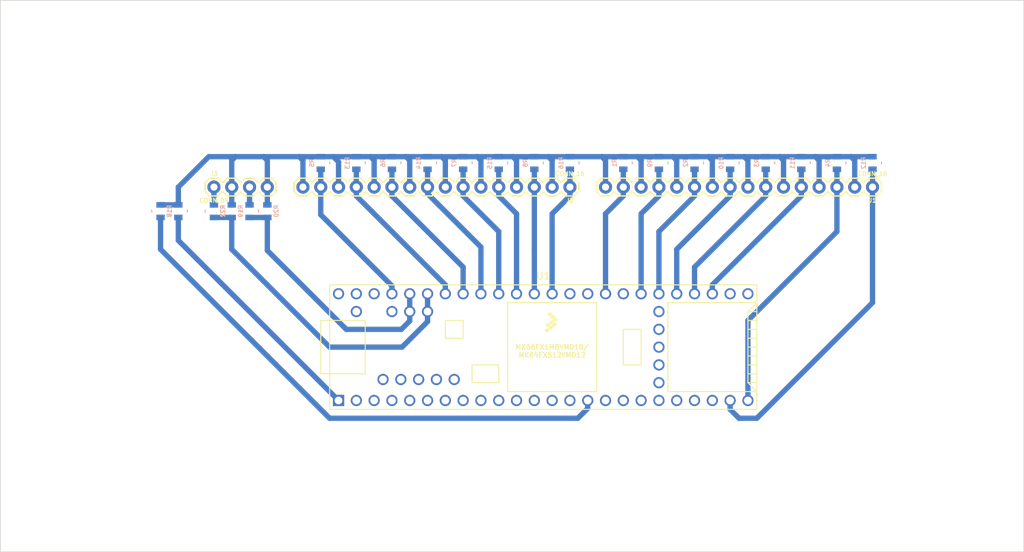
<source format=kicad_pcb>
(kicad_pcb (version 20200628) (host pcbnew "(5.99.0-2302-g1dc804232)")

  (general
    (thickness 1.6)
    (drawings 1)
    (tracks 166)
    (modules 26)
    (nets 59)
  )

  (paper "USLetter")
  (layers
    (0 "F.Cu" signal)
    (31 "B.Cu" signal)
    (32 "B.Adhes" user)
    (33 "F.Adhes" user)
    (34 "B.Paste" user)
    (35 "F.Paste" user)
    (36 "B.SilkS" user)
    (37 "F.SilkS" user)
    (38 "B.Mask" user)
    (39 "F.Mask" user)
    (40 "Dwgs.User" user)
    (41 "Cmts.User" user)
    (42 "Eco1.User" user)
    (43 "Eco2.User" user)
    (44 "Edge.Cuts" user)
    (45 "Margin" user)
    (46 "B.CrtYd" user)
    (47 "F.CrtYd" user)
    (48 "B.Fab" user)
    (49 "F.Fab" user)
  )

  (setup
    (stackup
      (layer "F.SilkS" (type "Top Silk Screen"))
      (layer "F.Paste" (type "Top Solder Paste"))
      (layer "F.Mask" (type "Top Solder Mask") (color "Green") (thickness 0.01))
      (layer "F.Cu" (type "copper") (thickness 0.035))
      (layer "dielectric 1" (type "core") (thickness 1.51) (material "FR4") (epsilon_r 4.5) (loss_tangent 0.02))
      (layer "B.Cu" (type "copper") (thickness 0.035))
      (layer "B.Mask" (type "Bottom Solder Mask") (color "Green") (thickness 0.01))
      (layer "B.Paste" (type "Bottom Solder Paste"))
      (layer "B.SilkS" (type "Bottom Silk Screen"))
      (copper_finish "None")
      (dielectric_constraints no)
    )
    (pcbplotparams
      (layerselection 0x010fc_ffffffff)
      (usegerberextensions false)
      (usegerberattributes false)
      (usegerberadvancedattributes false)
      (creategerberjobfile false)
      (svguseinch false)
      (svgprecision 6)
      (excludeedgelayer true)
      (linewidth 0.100000)
      (plotframeref false)
      (viasonmask false)
      (mode 1)
      (useauxorigin false)
      (hpglpennumber 1)
      (hpglpenspeed 20)
      (hpglpendiameter 15.000000)
      (psnegative false)
      (psa4output false)
      (plotreference false)
      (plotvalue false)
      (plotinvisibletext false)
      (sketchpadsonfab false)
      (subtractmaskfromsilk false)
      (outputformat 1)
      (mirror false)
      (drillshape 0)
      (scaleselection 1)
      (outputdirectory "./")
    )
  )

  (net 0 "")
  (net 1 "Net-(U1-Pad55)")
  (net 2 "Net-(U1-Pad54)")
  (net 3 "Net-(U1-Pad53)")
  (net 4 "Net-(U1-Pad52)")
  (net 5 "Net-(U1-Pad40)")
  (net 6 "Net-(U1-Pad2)")
  (net 7 "Net-(U1-Pad4)")
  (net 8 "Net-(U1-Pad5)")
  (net 9 "Net-(U1-Pad6)")
  (net 10 "Net-(U1-Pad7)")
  (net 11 "Net-(U1-Pad8)")
  (net 12 "Net-(U1-Pad9)")
  (net 13 "Net-(U1-Pad10)")
  (net 14 "Net-(U1-Pad11)")
  (net 15 "Net-(U1-Pad12)")
  (net 16 "Net-(U1-Pad13)")
  (net 17 "Net-(U1-Pad37)")
  (net 18 "Net-(U1-Pad31)")
  (net 19 "Net-(U1-Pad29)")
  (net 20 "Net-(U1-Pad28)")
  (net 21 "Net-(U1-Pad27)")
  (net 22 "Net-(U1-Pad26)")
  (net 23 "Net-(U1-Pad25)")
  (net 24 "Net-(U1-Pad22)")
  (net 25 "Net-(U1-Pad21)")
  (net 26 "Net-(U1-Pad14)")
  (net 27 "Net-(U1-Pad16)")
  (net 28 "Net-(U1-Pad20)")
  (net 29 "Net-(U1-Pad19)")
  (net 30 "Net-(U1-Pad18)")
  (net 31 "Net-(U1-Pad17)")
  (net 32 "/ct16")
  (net 33 "/ct15")
  (net 34 "/ct14")
  (net 35 "/ct13")
  (net 36 "/ct12")
  (net 37 "/ct11")
  (net 38 "/ct10")
  (net 39 "/ct9")
  (net 40 "/ct8")
  (net 41 "/ct7")
  (net 42 "/ct6")
  (net 43 "/ct5")
  (net 44 "/ct4")
  (net 45 "/ct3")
  (net 46 "/ct2")
  (net 47 "/ct1")
  (net 48 "Net-(U1-Pad39)")
  (net 49 "Net-(U1-Pad3)")
  (net 50 "/CT_BIAS")
  (net 51 "/3.3V")
  (net 52 "/L1")
  (net 53 "Net-(U1-Pad30)")
  (net 54 "/GND")
  (net 55 "Net-(U1-Pad51)")
  (net 56 "/L2")
  (net 57 "/L2_SCALED")
  (net 58 "/L1_SCALED")

  (module "Resistors:0805" (layer "B.Cu") (tedit 200000) (tstamp c64b6172-bc45-4ee3-ad1e-b8e12addd63d)
    (at 106.68 97.41916 90)
    (descr "GENERIC 2012 (0805) PACKAGE")
    (tags "GENERIC 2012 (0805) PACKAGE")
    (path "/30a7e848-f131-4f0f-b91e-99f60aa6e886")
    (attr smd)
    (fp_text reference "R22" (at 0 1.27 90) (layer "B.SilkS")
      (effects (font (size 0.6096 0.6096) (thickness 0.127)) (justify mirror))
    )
    (fp_text value "~" (at 0 -1.27 90) (layer "B.SilkS")
      (effects (font (size 0.6096 0.6096) (thickness 0.127)) (justify mirror))
    )
    (fp_line (start -1.4986 -0.79756) (end -1.4986 0.79756) (layer "B.CrtYd") (width 0.0508))
    (fp_line (start 1.4986 -0.79756) (end -1.4986 -0.79756) (layer "B.CrtYd") (width 0.0508))
    (fp_line (start 1.4986 0.79756) (end 1.4986 -0.79756) (layer "B.CrtYd") (width 0.0508))
    (fp_line (start -1.4986 0.79756) (end 1.4986 0.79756) (layer "B.CrtYd") (width 0.0508))
    (pad "2" smd rect (at 0.89916 0 90) (size 0.79756 1.19888) (layers "B.Cu" "B.Paste" "B.Mask")
      (net 52 "/L1") (pinfunction "2") (solder_mask_margin 0.1016) (tstamp 7b62680e-ca5e-4fda-9f46-f3a9373f02cc))
    (pad "1" smd rect (at -0.89916 0 90) (size 0.79756 1.19888) (layers "B.Cu" "B.Paste" "B.Mask")
      (net 58 "/L1_SCALED") (pinfunction "1") (solder_mask_margin 0.1016) (tstamp 9f131480-8c7c-4082-9006-37b02a4aa305))
  )

  (module "Resistors:0805" (layer "B.Cu") (tedit 200000) (tstamp 47b032b5-bbf1-4723-a5f8-0db79719c486)
    (at 109.22 97.41916 -90)
    (descr "GENERIC 2012 (0805) PACKAGE")
    (tags "GENERIC 2012 (0805) PACKAGE")
    (path "/5f5061b7-fd48-4865-ad84-2bda32dae5e0")
    (attr smd)
    (fp_text reference "R21" (at 0 1.27 90) (layer "B.SilkS")
      (effects (font (size 0.6096 0.6096) (thickness 0.127)) (justify mirror))
    )
    (fp_text value "~" (at 0 -1.27 90) (layer "B.SilkS")
      (effects (font (size 0.6096 0.6096) (thickness 0.127)) (justify mirror))
    )
    (fp_line (start -1.4986 -0.79756) (end -1.4986 0.79756) (layer "B.CrtYd") (width 0.0508))
    (fp_line (start 1.4986 -0.79756) (end -1.4986 -0.79756) (layer "B.CrtYd") (width 0.0508))
    (fp_line (start 1.4986 0.79756) (end 1.4986 -0.79756) (layer "B.CrtYd") (width 0.0508))
    (fp_line (start -1.4986 0.79756) (end 1.4986 0.79756) (layer "B.CrtYd") (width 0.0508))
    (pad "2" smd rect (at 0.89916 0 270) (size 0.79756 1.19888) (layers "B.Cu" "B.Paste" "B.Mask")
      (net 58 "/L1_SCALED") (pinfunction "2") (solder_mask_margin 0.1016) (tstamp 7b62680e-ca5e-4fda-9f46-f3a9373f02cc))
    (pad "1" smd rect (at -0.89916 0 270) (size 0.79756 1.19888) (layers "B.Cu" "B.Paste" "B.Mask")
      (net 50 "/CT_BIAS") (pinfunction "1") (solder_mask_margin 0.1016) (tstamp 9f131480-8c7c-4082-9006-37b02a4aa305))
  )

  (module "Resistors:0805" (layer "B.Cu") (tedit 200000) (tstamp 5d8c564e-d9ab-44e9-b9a9-964e34cac910)
    (at 114.3 97.41916 90)
    (descr "GENERIC 2012 (0805) PACKAGE")
    (tags "GENERIC 2012 (0805) PACKAGE")
    (path "/19b9dc87-6ab5-4a7a-aa15-30f2ac4e3646")
    (attr smd)
    (fp_text reference "R20" (at 0 1.27 90) (layer "B.SilkS")
      (effects (font (size 0.6096 0.6096) (thickness 0.127)) (justify mirror))
    )
    (fp_text value "~" (at 0 -1.27 90) (layer "B.SilkS")
      (effects (font (size 0.6096 0.6096) (thickness 0.127)) (justify mirror))
    )
    (fp_line (start -1.4986 -0.79756) (end -1.4986 0.79756) (layer "B.CrtYd") (width 0.0508))
    (fp_line (start 1.4986 -0.79756) (end -1.4986 -0.79756) (layer "B.CrtYd") (width 0.0508))
    (fp_line (start 1.4986 0.79756) (end 1.4986 -0.79756) (layer "B.CrtYd") (width 0.0508))
    (fp_line (start -1.4986 0.79756) (end 1.4986 0.79756) (layer "B.CrtYd") (width 0.0508))
    (pad "2" smd rect (at 0.89916 0 90) (size 0.79756 1.19888) (layers "B.Cu" "B.Paste" "B.Mask")
      (net 50 "/CT_BIAS") (pinfunction "2") (solder_mask_margin 0.1016) (tstamp 7b62680e-ca5e-4fda-9f46-f3a9373f02cc))
    (pad "1" smd rect (at -0.89916 0 90) (size 0.79756 1.19888) (layers "B.Cu" "B.Paste" "B.Mask")
      (net 57 "/L2_SCALED") (pinfunction "1") (solder_mask_margin 0.1016) (tstamp 9f131480-8c7c-4082-9006-37b02a4aa305))
  )

  (module "Resistors:0805" (layer "B.Cu") (tedit 200000) (tstamp 3eca36ef-7adf-4614-bd6c-6b448f5a7622)
    (at 111.76 97.41916 -90)
    (descr "GENERIC 2012 (0805) PACKAGE")
    (tags "GENERIC 2012 (0805) PACKAGE")
    (path "/c209b92a-7de9-44a9-b76e-a54af9002b0b")
    (attr smd)
    (fp_text reference "R19" (at 0 1.27 90) (layer "B.SilkS")
      (effects (font (size 0.6096 0.6096) (thickness 0.127)) (justify mirror))
    )
    (fp_text value "~" (at 0 -1.27 90) (layer "B.SilkS")
      (effects (font (size 0.6096 0.6096) (thickness 0.127)) (justify mirror))
    )
    (fp_line (start -1.4986 -0.79756) (end -1.4986 0.79756) (layer "B.CrtYd") (width 0.0508))
    (fp_line (start 1.4986 -0.79756) (end -1.4986 -0.79756) (layer "B.CrtYd") (width 0.0508))
    (fp_line (start 1.4986 0.79756) (end 1.4986 -0.79756) (layer "B.CrtYd") (width 0.0508))
    (fp_line (start -1.4986 0.79756) (end 1.4986 0.79756) (layer "B.CrtYd") (width 0.0508))
    (pad "2" smd rect (at 0.89916 0 270) (size 0.79756 1.19888) (layers "B.Cu" "B.Paste" "B.Mask")
      (net 57 "/L2_SCALED") (pinfunction "2") (solder_mask_margin 0.1016) (tstamp 7b62680e-ca5e-4fda-9f46-f3a9373f02cc))
    (pad "1" smd rect (at -0.89916 0 270) (size 0.79756 1.19888) (layers "B.Cu" "B.Paste" "B.Mask")
      (net 56 "/L2") (pinfunction "1") (solder_mask_margin 0.1016) (tstamp 9f131480-8c7c-4082-9006-37b02a4aa305))
  )

  (module "Resistors:0805" (layer "B.Cu") (tedit 200000) (tstamp ae818403-d5c4-478d-86a3-91e8e54b4dc9)
    (at 101.6 97.41916 -90)
    (descr "GENERIC 2012 (0805) PACKAGE")
    (tags "GENERIC 2012 (0805) PACKAGE")
    (path "/eab86b04-2b47-4fd3-9787-6b1023ff96d9")
    (attr smd)
    (fp_text reference "R18" (at 0 1.27 90) (layer "B.SilkS")
      (effects (font (size 0.6096 0.6096) (thickness 0.127)) (justify mirror))
    )
    (fp_text value "~" (at 0 -1.27 90) (layer "B.SilkS")
      (effects (font (size 0.6096 0.6096) (thickness 0.127)) (justify mirror))
    )
    (fp_line (start -1.4986 -0.79756) (end -1.4986 0.79756) (layer "B.CrtYd") (width 0.0508))
    (fp_line (start 1.4986 -0.79756) (end -1.4986 -0.79756) (layer "B.CrtYd") (width 0.0508))
    (fp_line (start 1.4986 0.79756) (end 1.4986 -0.79756) (layer "B.CrtYd") (width 0.0508))
    (fp_line (start -1.4986 0.79756) (end 1.4986 0.79756) (layer "B.CrtYd") (width 0.0508))
    (pad "2" smd rect (at 0.89916 0 270) (size 0.79756 1.19888) (layers "B.Cu" "B.Paste" "B.Mask")
      (net 54 "/GND") (pinfunction "2") (solder_mask_margin 0.1016) (tstamp 7b62680e-ca5e-4fda-9f46-f3a9373f02cc))
    (pad "1" smd rect (at -0.89916 0 270) (size 0.79756 1.19888) (layers "B.Cu" "B.Paste" "B.Mask")
      (net 50 "/CT_BIAS") (pinfunction "1") (solder_mask_margin 0.1016) (tstamp 9f131480-8c7c-4082-9006-37b02a4aa305))
  )

  (module "Resistors:0805" (layer "B.Cu") (tedit 200000) (tstamp c27cb531-6d2f-4143-b195-ed7cc4306469)
    (at 99.06 97.41916 90)
    (descr "GENERIC 2012 (0805) PACKAGE")
    (tags "GENERIC 2012 (0805) PACKAGE")
    (path "/9898e971-41cc-490c-a439-0d9d80299fa0")
    (attr smd)
    (fp_text reference "R17" (at 0 1.27 90) (layer "B.SilkS")
      (effects (font (size 0.6096 0.6096) (thickness 0.127)) (justify mirror))
    )
    (fp_text value "~" (at 0 -1.27 90) (layer "B.SilkS")
      (effects (font (size 0.6096 0.6096) (thickness 0.127)) (justify mirror))
    )
    (fp_line (start -1.4986 -0.79756) (end -1.4986 0.79756) (layer "B.CrtYd") (width 0.0508))
    (fp_line (start 1.4986 -0.79756) (end -1.4986 -0.79756) (layer "B.CrtYd") (width 0.0508))
    (fp_line (start 1.4986 0.79756) (end 1.4986 -0.79756) (layer "B.CrtYd") (width 0.0508))
    (fp_line (start -1.4986 0.79756) (end 1.4986 0.79756) (layer "B.CrtYd") (width 0.0508))
    (pad "2" smd rect (at 0.89916 0 90) (size 0.79756 1.19888) (layers "B.Cu" "B.Paste" "B.Mask")
      (net 50 "/CT_BIAS") (pinfunction "2") (solder_mask_margin 0.1016) (tstamp 7b62680e-ca5e-4fda-9f46-f3a9373f02cc))
    (pad "1" smd rect (at -0.89916 0 90) (size 0.79756 1.19888) (layers "B.Cu" "B.Paste" "B.Mask")
      (net 51 "/3.3V") (pinfunction "1") (solder_mask_margin 0.1016) (tstamp 9f131480-8c7c-4082-9006-37b02a4aa305))
  )

  (module "Resistors:0805" (layer "B.Cu") (tedit 200000) (tstamp 040e5da7-25a1-4d4a-a918-f9a23e4aef4f)
    (at 157.48 90.54084 -90)
    (descr "GENERIC 2012 (0805) PACKAGE")
    (tags "GENERIC 2012 (0805) PACKAGE")
    (path "/37503056-3a1c-423c-aba9-049e4db338be")
    (attr smd)
    (fp_text reference "R16" (at 0 1.27 90) (layer "B.SilkS")
      (effects (font (size 0.6096 0.6096) (thickness 0.127)) (justify mirror))
    )
    (fp_text value "~" (at 0 -1.27 90) (layer "B.SilkS")
      (effects (font (size 0.6096 0.6096) (thickness 0.127)) (justify mirror))
    )
    (fp_line (start -1.4986 -0.79756) (end -1.4986 0.79756) (layer "B.CrtYd") (width 0.0508))
    (fp_line (start 1.4986 -0.79756) (end -1.4986 -0.79756) (layer "B.CrtYd") (width 0.0508))
    (fp_line (start 1.4986 0.79756) (end 1.4986 -0.79756) (layer "B.CrtYd") (width 0.0508))
    (fp_line (start -1.4986 0.79756) (end 1.4986 0.79756) (layer "B.CrtYd") (width 0.0508))
    (pad "2" smd rect (at 0.89916 0 270) (size 0.79756 1.19888) (layers "B.Cu" "B.Paste" "B.Mask")
      (net 47 "/ct1") (pinfunction "2") (solder_mask_margin 0.1016) (tstamp 7b62680e-ca5e-4fda-9f46-f3a9373f02cc))
    (pad "1" smd rect (at -0.89916 0 270) (size 0.79756 1.19888) (layers "B.Cu" "B.Paste" "B.Mask")
      (net 50 "/CT_BIAS") (pinfunction "1") (solder_mask_margin 0.1016) (tstamp 9f131480-8c7c-4082-9006-37b02a4aa305))
  )

  (module "Resistors:0805" (layer "B.Cu") (tedit 200000) (tstamp 9ba5af6d-4700-4e89-a9ff-cd820cfa4e5d)
    (at 147.32 90.54084 -90)
    (descr "GENERIC 2012 (0805) PACKAGE")
    (tags "GENERIC 2012 (0805) PACKAGE")
    (path "/49585c7b-bac3-4353-a26c-e92e86512b49")
    (attr smd)
    (fp_text reference "R15" (at 0 1.27 90) (layer "B.SilkS")
      (effects (font (size 0.6096 0.6096) (thickness 0.127)) (justify mirror))
    )
    (fp_text value "~" (at 0 -1.27 90) (layer "B.SilkS")
      (effects (font (size 0.6096 0.6096) (thickness 0.127)) (justify mirror))
    )
    (fp_line (start -1.4986 -0.79756) (end -1.4986 0.79756) (layer "B.CrtYd") (width 0.0508))
    (fp_line (start 1.4986 -0.79756) (end -1.4986 -0.79756) (layer "B.CrtYd") (width 0.0508))
    (fp_line (start 1.4986 0.79756) (end 1.4986 -0.79756) (layer "B.CrtYd") (width 0.0508))
    (fp_line (start -1.4986 0.79756) (end 1.4986 0.79756) (layer "B.CrtYd") (width 0.0508))
    (pad "2" smd rect (at 0.89916 0 270) (size 0.79756 1.19888) (layers "B.Cu" "B.Paste" "B.Mask")
      (net 45 "/ct3") (pinfunction "2") (solder_mask_margin 0.1016) (tstamp 7b62680e-ca5e-4fda-9f46-f3a9373f02cc))
    (pad "1" smd rect (at -0.89916 0 270) (size 0.79756 1.19888) (layers "B.Cu" "B.Paste" "B.Mask")
      (net 50 "/CT_BIAS") (pinfunction "1") (solder_mask_margin 0.1016) (tstamp 9f131480-8c7c-4082-9006-37b02a4aa305))
  )

  (module "Resistors:0805" (layer "B.Cu") (tedit 200000) (tstamp 96536772-c966-434a-8d88-f91ed97faad6)
    (at 137.16 90.54084 -90)
    (descr "GENERIC 2012 (0805) PACKAGE")
    (tags "GENERIC 2012 (0805) PACKAGE")
    (path "/5b1c90e5-3195-4284-82c2-197f4b81903f")
    (attr smd)
    (fp_text reference "R14" (at 0 1.27 90) (layer "B.SilkS")
      (effects (font (size 0.6096 0.6096) (thickness 0.127)) (justify mirror))
    )
    (fp_text value "~" (at 0 -1.27 90) (layer "B.SilkS")
      (effects (font (size 0.6096 0.6096) (thickness 0.127)) (justify mirror))
    )
    (fp_line (start -1.4986 -0.79756) (end -1.4986 0.79756) (layer "B.CrtYd") (width 0.0508))
    (fp_line (start 1.4986 -0.79756) (end -1.4986 -0.79756) (layer "B.CrtYd") (width 0.0508))
    (fp_line (start 1.4986 0.79756) (end 1.4986 -0.79756) (layer "B.CrtYd") (width 0.0508))
    (fp_line (start -1.4986 0.79756) (end 1.4986 0.79756) (layer "B.CrtYd") (width 0.0508))
    (pad "2" smd rect (at 0.89916 0 270) (size 0.79756 1.19888) (layers "B.Cu" "B.Paste" "B.Mask")
      (net 43 "/ct5") (pinfunction "2") (solder_mask_margin 0.1016) (tstamp 7b62680e-ca5e-4fda-9f46-f3a9373f02cc))
    (pad "1" smd rect (at -0.89916 0 270) (size 0.79756 1.19888) (layers "B.Cu" "B.Paste" "B.Mask")
      (net 50 "/CT_BIAS") (pinfunction "1") (solder_mask_margin 0.1016) (tstamp 9f131480-8c7c-4082-9006-37b02a4aa305))
  )

  (module "Resistors:0805" (layer "B.Cu") (tedit 200000) (tstamp c40226a5-5f88-4d62-ba61-5f19a5af9153)
    (at 127 90.54084 -90)
    (descr "GENERIC 2012 (0805) PACKAGE")
    (tags "GENERIC 2012 (0805) PACKAGE")
    (path "/83870263-8fcb-47d2-88d3-bdac470458ca")
    (attr smd)
    (fp_text reference "R13" (at 0 1.27 90) (layer "B.SilkS")
      (effects (font (size 0.6096 0.6096) (thickness 0.127)) (justify mirror))
    )
    (fp_text value "~" (at 0 -1.27 90) (layer "B.SilkS")
      (effects (font (size 0.6096 0.6096) (thickness 0.127)) (justify mirror))
    )
    (fp_line (start -1.4986 -0.79756) (end -1.4986 0.79756) (layer "B.CrtYd") (width 0.0508))
    (fp_line (start 1.4986 -0.79756) (end -1.4986 -0.79756) (layer "B.CrtYd") (width 0.0508))
    (fp_line (start 1.4986 0.79756) (end 1.4986 -0.79756) (layer "B.CrtYd") (width 0.0508))
    (fp_line (start -1.4986 0.79756) (end 1.4986 0.79756) (layer "B.CrtYd") (width 0.0508))
    (pad "2" smd rect (at 0.89916 0 270) (size 0.79756 1.19888) (layers "B.Cu" "B.Paste" "B.Mask")
      (net 41 "/ct7") (pinfunction "2") (solder_mask_margin 0.1016) (tstamp 7b62680e-ca5e-4fda-9f46-f3a9373f02cc))
    (pad "1" smd rect (at -0.89916 0 270) (size 0.79756 1.19888) (layers "B.Cu" "B.Paste" "B.Mask")
      (net 50 "/CT_BIAS") (pinfunction "1") (solder_mask_margin 0.1016) (tstamp 9f131480-8c7c-4082-9006-37b02a4aa305))
  )

  (module "Resistors:0805" (layer "B.Cu") (tedit 200000) (tstamp efdbcd01-9821-4e36-80a6-6bb235932beb)
    (at 200.66 90.54084 -90)
    (descr "GENERIC 2012 (0805) PACKAGE")
    (tags "GENERIC 2012 (0805) PACKAGE")
    (path "/7ae44310-a1a1-4190-ae18-d35db5d877a9")
    (attr smd)
    (fp_text reference "R12" (at 0 1.27 90) (layer "B.SilkS")
      (effects (font (size 0.6096 0.6096) (thickness 0.127)) (justify mirror))
    )
    (fp_text value "~" (at 0 -1.27 90) (layer "B.SilkS")
      (effects (font (size 0.6096 0.6096) (thickness 0.127)) (justify mirror))
    )
    (fp_line (start -1.4986 -0.79756) (end -1.4986 0.79756) (layer "B.CrtYd") (width 0.0508))
    (fp_line (start 1.4986 -0.79756) (end -1.4986 -0.79756) (layer "B.CrtYd") (width 0.0508))
    (fp_line (start 1.4986 0.79756) (end 1.4986 -0.79756) (layer "B.CrtYd") (width 0.0508))
    (fp_line (start -1.4986 0.79756) (end 1.4986 0.79756) (layer "B.CrtYd") (width 0.0508))
    (pad "2" smd rect (at 0.89916 0 270) (size 0.79756 1.19888) (layers "B.Cu" "B.Paste" "B.Mask")
      (net 39 "/ct9") (pinfunction "2") (solder_mask_margin 0.1016) (tstamp 7b62680e-ca5e-4fda-9f46-f3a9373f02cc))
    (pad "1" smd rect (at -0.89916 0 270) (size 0.79756 1.19888) (layers "B.Cu" "B.Paste" "B.Mask")
      (net 50 "/CT_BIAS") (pinfunction "1") (solder_mask_margin 0.1016) (tstamp 9f131480-8c7c-4082-9006-37b02a4aa305))
  )

  (module "Resistors:0805" (layer "B.Cu") (tedit 200000) (tstamp 760a4de4-1501-4f5a-b74a-3e1087b986f0)
    (at 190.5 90.54084 -90)
    (descr "GENERIC 2012 (0805) PACKAGE")
    (tags "GENERIC 2012 (0805) PACKAGE")
    (path "/43deb726-75ae-4517-a1a4-1f8ac548b84c")
    (attr smd)
    (fp_text reference "R11" (at 0 1.27 90) (layer "B.SilkS")
      (effects (font (size 0.6096 0.6096) (thickness 0.127)) (justify mirror))
    )
    (fp_text value "~" (at 0 -1.27 90) (layer "B.SilkS")
      (effects (font (size 0.6096 0.6096) (thickness 0.127)) (justify mirror))
    )
    (fp_line (start -1.4986 -0.79756) (end -1.4986 0.79756) (layer "B.CrtYd") (width 0.0508))
    (fp_line (start 1.4986 -0.79756) (end -1.4986 -0.79756) (layer "B.CrtYd") (width 0.0508))
    (fp_line (start 1.4986 0.79756) (end 1.4986 -0.79756) (layer "B.CrtYd") (width 0.0508))
    (fp_line (start -1.4986 0.79756) (end 1.4986 0.79756) (layer "B.CrtYd") (width 0.0508))
    (pad "2" smd rect (at 0.89916 0 270) (size 0.79756 1.19888) (layers "B.Cu" "B.Paste" "B.Mask")
      (net 37 "/ct11") (pinfunction "2") (solder_mask_margin 0.1016) (tstamp 7b62680e-ca5e-4fda-9f46-f3a9373f02cc))
    (pad "1" smd rect (at -0.89916 0 270) (size 0.79756 1.19888) (layers "B.Cu" "B.Paste" "B.Mask")
      (net 50 "/CT_BIAS") (pinfunction "1") (solder_mask_margin 0.1016) (tstamp 9f131480-8c7c-4082-9006-37b02a4aa305))
  )

  (module "Resistors:0805" (layer "B.Cu") (tedit 200000) (tstamp 1324e59f-7f81-48d2-81bf-0f633c4ceb2e)
    (at 180.34 90.54084 -90)
    (descr "GENERIC 2012 (0805) PACKAGE")
    (tags "GENERIC 2012 (0805) PACKAGE")
    (path "/d82cb064-b51d-42e6-90fb-057920a01f65")
    (attr smd)
    (fp_text reference "R10" (at 0 1.27 90) (layer "B.SilkS")
      (effects (font (size 0.6096 0.6096) (thickness 0.127)) (justify mirror))
    )
    (fp_text value "~" (at 0 -1.27 90) (layer "B.SilkS")
      (effects (font (size 0.6096 0.6096) (thickness 0.127)) (justify mirror))
    )
    (fp_line (start -1.4986 -0.79756) (end -1.4986 0.79756) (layer "B.CrtYd") (width 0.0508))
    (fp_line (start 1.4986 -0.79756) (end -1.4986 -0.79756) (layer "B.CrtYd") (width 0.0508))
    (fp_line (start 1.4986 0.79756) (end 1.4986 -0.79756) (layer "B.CrtYd") (width 0.0508))
    (fp_line (start -1.4986 0.79756) (end 1.4986 0.79756) (layer "B.CrtYd") (width 0.0508))
    (pad "2" smd rect (at 0.89916 0 270) (size 0.79756 1.19888) (layers "B.Cu" "B.Paste" "B.Mask")
      (net 35 "/ct13") (pinfunction "2") (solder_mask_margin 0.1016) (tstamp 7b62680e-ca5e-4fda-9f46-f3a9373f02cc))
    (pad "1" smd rect (at -0.89916 0 270) (size 0.79756 1.19888) (layers "B.Cu" "B.Paste" "B.Mask")
      (net 50 "/CT_BIAS") (pinfunction "1") (solder_mask_margin 0.1016) (tstamp 9f131480-8c7c-4082-9006-37b02a4aa305))
  )

  (module "Resistors:0805" (layer "B.Cu") (tedit 200000) (tstamp ff35c216-d4b7-4bbc-aa0b-6ff9fe3eddda)
    (at 170.18 90.54084 -90)
    (descr "GENERIC 2012 (0805) PACKAGE")
    (tags "GENERIC 2012 (0805) PACKAGE")
    (path "/0a0674ab-5aac-4af7-918b-f1e869d09642")
    (attr smd)
    (fp_text reference "R9" (at 0 1.27 90) (layer "B.SilkS")
      (effects (font (size 0.6096 0.6096) (thickness 0.127)) (justify mirror))
    )
    (fp_text value "~" (at 0 -1.27 90) (layer "B.SilkS")
      (effects (font (size 0.6096 0.6096) (thickness 0.127)) (justify mirror))
    )
    (fp_line (start -1.4986 -0.79756) (end -1.4986 0.79756) (layer "B.CrtYd") (width 0.0508))
    (fp_line (start 1.4986 -0.79756) (end -1.4986 -0.79756) (layer "B.CrtYd") (width 0.0508))
    (fp_line (start 1.4986 0.79756) (end 1.4986 -0.79756) (layer "B.CrtYd") (width 0.0508))
    (fp_line (start -1.4986 0.79756) (end 1.4986 0.79756) (layer "B.CrtYd") (width 0.0508))
    (pad "2" smd rect (at 0.89916 0 270) (size 0.79756 1.19888) (layers "B.Cu" "B.Paste" "B.Mask")
      (net 33 "/ct15") (pinfunction "2") (solder_mask_margin 0.1016) (tstamp 7b62680e-ca5e-4fda-9f46-f3a9373f02cc))
    (pad "1" smd rect (at -0.89916 0 270) (size 0.79756 1.19888) (layers "B.Cu" "B.Paste" "B.Mask")
      (net 50 "/CT_BIAS") (pinfunction "1") (solder_mask_margin 0.1016) (tstamp 9f131480-8c7c-4082-9006-37b02a4aa305))
  )

  (module "Resistors:0805" (layer "B.Cu") (tedit 200000) (tstamp 52a8d1b0-b4d7-440f-9dc1-9ecc6a585bd0)
    (at 152.4 90.54084 -90)
    (descr "GENERIC 2012 (0805) PACKAGE")
    (tags "GENERIC 2012 (0805) PACKAGE")
    (path "/3a1f8736-bd04-4a82-94ba-a6acb4304341")
    (attr smd)
    (fp_text reference "R8" (at 0 1.27 90) (layer "B.SilkS")
      (effects (font (size 0.6096 0.6096) (thickness 0.127)) (justify mirror))
    )
    (fp_text value "~" (at 0 -1.27 90) (layer "B.SilkS")
      (effects (font (size 0.6096 0.6096) (thickness 0.127)) (justify mirror))
    )
    (fp_line (start -1.4986 -0.79756) (end -1.4986 0.79756) (layer "B.CrtYd") (width 0.0508))
    (fp_line (start 1.4986 -0.79756) (end -1.4986 -0.79756) (layer "B.CrtYd") (width 0.0508))
    (fp_line (start 1.4986 0.79756) (end 1.4986 -0.79756) (layer "B.CrtYd") (width 0.0508))
    (fp_line (start -1.4986 0.79756) (end 1.4986 0.79756) (layer "B.CrtYd") (width 0.0508))
    (pad "2" smd rect (at 0.89916 0 270) (size 0.79756 1.19888) (layers "B.Cu" "B.Paste" "B.Mask")
      (net 46 "/ct2") (pinfunction "2") (solder_mask_margin 0.1016) (tstamp 7b62680e-ca5e-4fda-9f46-f3a9373f02cc))
    (pad "1" smd rect (at -0.89916 0 270) (size 0.79756 1.19888) (layers "B.Cu" "B.Paste" "B.Mask")
      (net 50 "/CT_BIAS") (pinfunction "1") (solder_mask_margin 0.1016) (tstamp 9f131480-8c7c-4082-9006-37b02a4aa305))
  )

  (module "Resistors:0805" (layer "B.Cu") (tedit 200000) (tstamp 4de1b921-941b-446b-b269-277b7981825c)
    (at 142.24 90.54084 -90)
    (descr "GENERIC 2012 (0805) PACKAGE")
    (tags "GENERIC 2012 (0805) PACKAGE")
    (path "/3cf16411-98b5-4500-98ff-50f3e1bf519a")
    (attr smd)
    (fp_text reference "R7" (at 0 1.27 90) (layer "B.SilkS")
      (effects (font (size 0.6096 0.6096) (thickness 0.127)) (justify mirror))
    )
    (fp_text value "~" (at 0 -1.27 90) (layer "B.SilkS")
      (effects (font (size 0.6096 0.6096) (thickness 0.127)) (justify mirror))
    )
    (fp_line (start -1.4986 -0.79756) (end -1.4986 0.79756) (layer "B.CrtYd") (width 0.0508))
    (fp_line (start 1.4986 -0.79756) (end -1.4986 -0.79756) (layer "B.CrtYd") (width 0.0508))
    (fp_line (start 1.4986 0.79756) (end 1.4986 -0.79756) (layer "B.CrtYd") (width 0.0508))
    (fp_line (start -1.4986 0.79756) (end 1.4986 0.79756) (layer "B.CrtYd") (width 0.0508))
    (pad "2" smd rect (at 0.89916 0 270) (size 0.79756 1.19888) (layers "B.Cu" "B.Paste" "B.Mask")
      (net 44 "/ct4") (pinfunction "2") (solder_mask_margin 0.1016) (tstamp 7b62680e-ca5e-4fda-9f46-f3a9373f02cc))
    (pad "1" smd rect (at -0.89916 0 270) (size 0.79756 1.19888) (layers "B.Cu" "B.Paste" "B.Mask")
      (net 50 "/CT_BIAS") (pinfunction "1") (solder_mask_margin 0.1016) (tstamp 9f131480-8c7c-4082-9006-37b02a4aa305))
  )

  (module "Resistors:0805" (layer "B.Cu") (tedit 200000) (tstamp 3e667fbc-dc4e-4c0a-b33a-960a543ba8f7)
    (at 132.08 90.54084 -90)
    (descr "GENERIC 2012 (0805) PACKAGE")
    (tags "GENERIC 2012 (0805) PACKAGE")
    (path "/84a796bf-c697-4858-80c5-0104017db328")
    (attr smd)
    (fp_text reference "R6" (at 0 1.27 90) (layer "B.SilkS")
      (effects (font (size 0.6096 0.6096) (thickness 0.127)) (justify mirror))
    )
    (fp_text value "~" (at 0 -1.27 90) (layer "B.SilkS")
      (effects (font (size 0.6096 0.6096) (thickness 0.127)) (justify mirror))
    )
    (fp_line (start -1.4986 -0.79756) (end -1.4986 0.79756) (layer "B.CrtYd") (width 0.0508))
    (fp_line (start 1.4986 -0.79756) (end -1.4986 -0.79756) (layer "B.CrtYd") (width 0.0508))
    (fp_line (start 1.4986 0.79756) (end 1.4986 -0.79756) (layer "B.CrtYd") (width 0.0508))
    (fp_line (start -1.4986 0.79756) (end 1.4986 0.79756) (layer "B.CrtYd") (width 0.0508))
    (pad "2" smd rect (at 0.89916 0 270) (size 0.79756 1.19888) (layers "B.Cu" "B.Paste" "B.Mask")
      (net 42 "/ct6") (pinfunction "2") (solder_mask_margin 0.1016) (tstamp 7b62680e-ca5e-4fda-9f46-f3a9373f02cc))
    (pad "1" smd rect (at -0.89916 0 270) (size 0.79756 1.19888) (layers "B.Cu" "B.Paste" "B.Mask")
      (net 50 "/CT_BIAS") (pinfunction "1") (solder_mask_margin 0.1016) (tstamp 9f131480-8c7c-4082-9006-37b02a4aa305))
  )

  (module "Resistors:0805" (layer "B.Cu") (tedit 200000) (tstamp 44bd7a45-053b-47ac-8105-15551c655216)
    (at 121.92 90.54084 -90)
    (descr "GENERIC 2012 (0805) PACKAGE")
    (tags "GENERIC 2012 (0805) PACKAGE")
    (path "/b78e4c13-5f15-43ad-9789-b64bbae0973c")
    (attr smd)
    (fp_text reference "R5" (at 0 1.27 90) (layer "B.SilkS")
      (effects (font (size 0.6096 0.6096) (thickness 0.127)) (justify mirror))
    )
    (fp_text value "~" (at 0 -1.27 90) (layer "B.SilkS")
      (effects (font (size 0.6096 0.6096) (thickness 0.127)) (justify mirror))
    )
    (fp_line (start -1.4986 -0.79756) (end -1.4986 0.79756) (layer "B.CrtYd") (width 0.0508))
    (fp_line (start 1.4986 -0.79756) (end -1.4986 -0.79756) (layer "B.CrtYd") (width 0.0508))
    (fp_line (start 1.4986 0.79756) (end 1.4986 -0.79756) (layer "B.CrtYd") (width 0.0508))
    (fp_line (start -1.4986 0.79756) (end 1.4986 0.79756) (layer "B.CrtYd") (width 0.0508))
    (pad "2" smd rect (at 0.89916 0 270) (size 0.79756 1.19888) (layers "B.Cu" "B.Paste" "B.Mask")
      (net 40 "/ct8") (pinfunction "2") (solder_mask_margin 0.1016) (tstamp 7b62680e-ca5e-4fda-9f46-f3a9373f02cc))
    (pad "1" smd rect (at -0.89916 0 270) (size 0.79756 1.19888) (layers "B.Cu" "B.Paste" "B.Mask")
      (net 50 "/CT_BIAS") (pinfunction "1") (solder_mask_margin 0.1016) (tstamp 9f131480-8c7c-4082-9006-37b02a4aa305))
  )

  (module "Resistors:0805" (layer "B.Cu") (tedit 200000) (tstamp 51846126-4856-4a20-84fb-2f3de2542c9e)
    (at 195.58 90.54084 -90)
    (descr "GENERIC 2012 (0805) PACKAGE")
    (tags "GENERIC 2012 (0805) PACKAGE")
    (path "/45ae2fff-d097-4c8c-9043-ccea4a1a5b64")
    (attr smd)
    (fp_text reference "R4" (at 0 1.27 90) (layer "B.SilkS")
      (effects (font (size 0.6096 0.6096) (thickness 0.127)) (justify mirror))
    )
    (fp_text value "~" (at 0 -1.27 90) (layer "B.SilkS")
      (effects (font (size 0.6096 0.6096) (thickness 0.127)) (justify mirror))
    )
    (fp_line (start -1.4986 -0.79756) (end -1.4986 0.79756) (layer "B.CrtYd") (width 0.0508))
    (fp_line (start 1.4986 -0.79756) (end -1.4986 -0.79756) (layer "B.CrtYd") (width 0.0508))
    (fp_line (start 1.4986 0.79756) (end 1.4986 -0.79756) (layer "B.CrtYd") (width 0.0508))
    (fp_line (start -1.4986 0.79756) (end 1.4986 0.79756) (layer "B.CrtYd") (width 0.0508))
    (pad "2" smd rect (at 0.89916 0 270) (size 0.79756 1.19888) (layers "B.Cu" "B.Paste" "B.Mask")
      (net 38 "/ct10") (pinfunction "2") (solder_mask_margin 0.1016) (tstamp 7b62680e-ca5e-4fda-9f46-f3a9373f02cc))
    (pad "1" smd rect (at -0.89916 0 270) (size 0.79756 1.19888) (layers "B.Cu" "B.Paste" "B.Mask")
      (net 50 "/CT_BIAS") (pinfunction "1") (solder_mask_margin 0.1016) (tstamp 9f131480-8c7c-4082-9006-37b02a4aa305))
  )

  (module "Resistors:0805" (layer "B.Cu") (tedit 200000) (tstamp 919b9346-0fa5-4e26-bfdc-0c05e0249eeb)
    (at 185.42 90.54084 -90)
    (descr "GENERIC 2012 (0805) PACKAGE")
    (tags "GENERIC 2012 (0805) PACKAGE")
    (path "/e924b858-9b0b-47f8-a943-8159858b400b")
    (attr smd)
    (fp_text reference "R3" (at 0 1.27 90) (layer "B.SilkS")
      (effects (font (size 0.6096 0.6096) (thickness 0.127)) (justify mirror))
    )
    (fp_text value "~" (at 0 -1.27 90) (layer "B.SilkS")
      (effects (font (size 0.6096 0.6096) (thickness 0.127)) (justify mirror))
    )
    (fp_line (start -1.4986 -0.79756) (end -1.4986 0.79756) (layer "B.CrtYd") (width 0.0508))
    (fp_line (start 1.4986 -0.79756) (end -1.4986 -0.79756) (layer "B.CrtYd") (width 0.0508))
    (fp_line (start 1.4986 0.79756) (end 1.4986 -0.79756) (layer "B.CrtYd") (width 0.0508))
    (fp_line (start -1.4986 0.79756) (end 1.4986 0.79756) (layer "B.CrtYd") (width 0.0508))
    (pad "2" smd rect (at 0.89916 0 270) (size 0.79756 1.19888) (layers "B.Cu" "B.Paste" "B.Mask")
      (net 36 "/ct12") (pinfunction "2") (solder_mask_margin 0.1016) (tstamp 7b62680e-ca5e-4fda-9f46-f3a9373f02cc))
    (pad "1" smd rect (at -0.89916 0 270) (size 0.79756 1.19888) (layers "B.Cu" "B.Paste" "B.Mask")
      (net 50 "/CT_BIAS") (pinfunction "1") (solder_mask_margin 0.1016) (tstamp 9f131480-8c7c-4082-9006-37b02a4aa305))
  )

  (module "Resistors:0805" (layer "B.Cu") (tedit 200000) (tstamp 9eaf1ceb-93ef-48f2-9d6c-ed3945eb8888)
    (at 175.26 90.54084 -90)
    (descr "GENERIC 2012 (0805) PACKAGE")
    (tags "GENERIC 2012 (0805) PACKAGE")
    (path "/d13264bf-3e31-40d9-b5d0-1cc378e395b3")
    (attr smd)
    (fp_text reference "R2" (at 0 1.27 90) (layer "B.SilkS")
      (effects (font (size 0.6096 0.6096) (thickness 0.127)) (justify mirror))
    )
    (fp_text value "~" (at 0 -1.27 90) (layer "B.SilkS")
      (effects (font (size 0.6096 0.6096) (thickness 0.127)) (justify mirror))
    )
    (fp_line (start -1.4986 -0.79756) (end -1.4986 0.79756) (layer "B.CrtYd") (width 0.0508))
    (fp_line (start 1.4986 -0.79756) (end -1.4986 -0.79756) (layer "B.CrtYd") (width 0.0508))
    (fp_line (start 1.4986 0.79756) (end 1.4986 -0.79756) (layer "B.CrtYd") (width 0.0508))
    (fp_line (start -1.4986 0.79756) (end 1.4986 0.79756) (layer "B.CrtYd") (width 0.0508))
    (pad "2" smd rect (at 0.89916 0 270) (size 0.79756 1.19888) (layers "B.Cu" "B.Paste" "B.Mask")
      (net 34 "/ct14") (pinfunction "2") (solder_mask_margin 0.1016) (tstamp 7b62680e-ca5e-4fda-9f46-f3a9373f02cc))
    (pad "1" smd rect (at -0.89916 0 270) (size 0.79756 1.19888) (layers "B.Cu" "B.Paste" "B.Mask")
      (net 50 "/CT_BIAS") (pinfunction "1") (solder_mask_margin 0.1016) (tstamp 9f131480-8c7c-4082-9006-37b02a4aa305))
  )

  (module "Resistors:0805" (layer "B.Cu") (tedit 200000) (tstamp 99e63eda-759b-44bd-9abf-a0cc36712c11)
    (at 165.1 90.54084 -90)
    (descr "GENERIC 2012 (0805) PACKAGE")
    (tags "GENERIC 2012 (0805) PACKAGE")
    (path "/6b5ecf99-5a73-45d6-b035-21a7bc30719b")
    (attr smd)
    (fp_text reference "R1" (at 0 1.27 90) (layer "B.SilkS")
      (effects (font (size 0.6096 0.6096) (thickness 0.127)) (justify mirror))
    )
    (fp_text value "~" (at 0 -1.27 90) (layer "B.SilkS")
      (effects (font (size 0.6096 0.6096) (thickness 0.127)) (justify mirror))
    )
    (fp_line (start -1.4986 -0.79756) (end -1.4986 0.79756) (layer "B.CrtYd") (width 0.0508))
    (fp_line (start 1.4986 -0.79756) (end -1.4986 -0.79756) (layer "B.CrtYd") (width 0.0508))
    (fp_line (start 1.4986 0.79756) (end 1.4986 -0.79756) (layer "B.CrtYd") (width 0.0508))
    (fp_line (start -1.4986 0.79756) (end 1.4986 0.79756) (layer "B.CrtYd") (width 0.0508))
    (pad "2" smd rect (at 0.89916 0 270) (size 0.79756 1.19888) (layers "B.Cu" "B.Paste" "B.Mask")
      (net 32 "/ct16") (pinfunction "2") (solder_mask_margin 0.1016) (tstamp 7b62680e-ca5e-4fda-9f46-f3a9373f02cc))
    (pad "1" smd rect (at -0.89916 0 270) (size 0.79756 1.19888) (layers "B.Cu" "B.Paste" "B.Mask")
      (net 50 "/CT_BIAS") (pinfunction "1") (solder_mask_margin 0.1016) (tstamp 9f131480-8c7c-4082-9006-37b02a4aa305))
  )

  (module "Connectors:1X04" (layer "F.Cu") (tedit 5963D2C6) (tstamp f5575a58-af23-4b17-bd5c-53d9e2dec3b6)
    (at 106.68 93.98)
    (descr "PLATED THROUGH HOLE - 4 PIN")
    (tags "PLATED THROUGH HOLE - 4 PIN")
    (path "/2913c652-1797-42a4-bf1a-ebf0d4604a99")
    (attr virtual)
    (fp_text reference "J3" (at 0 -1.905) (layer "F.SilkS")
      (effects (font (size 0.6096 0.6096) (thickness 0.127)))
    )
    (fp_text value "CONN_04" (at 0 1.905) (layer "F.SilkS")
      (effects (font (size 0.6096 0.6096) (thickness 0.127)))
    )
    (fp_line (start 8.89 -0.635) (end 8.89 0.635) (layer "F.SilkS") (width 0.2032))
    (fp_line (start 0.635 1.27) (end -0.635 1.27) (layer "F.SilkS") (width 0.2032))
    (fp_line (start -1.27 0.635) (end -0.635 1.27) (layer "F.SilkS") (width 0.2032))
    (fp_line (start -0.635 -1.27) (end -1.27 -0.635) (layer "F.SilkS") (width 0.2032))
    (fp_line (start -1.27 -0.635) (end -1.27 0.635) (layer "F.SilkS") (width 0.2032))
    (fp_line (start 1.905 1.27) (end 1.27 0.635) (layer "F.SilkS") (width 0.2032))
    (fp_line (start 3.175 1.27) (end 1.905 1.27) (layer "F.SilkS") (width 0.2032))
    (fp_line (start 3.81 0.635) (end 3.175 1.27) (layer "F.SilkS") (width 0.2032))
    (fp_line (start 3.175 -1.27) (end 3.81 -0.635) (layer "F.SilkS") (width 0.2032))
    (fp_line (start 1.905 -1.27) (end 3.175 -1.27) (layer "F.SilkS") (width 0.2032))
    (fp_line (start 1.27 -0.635) (end 1.905 -1.27) (layer "F.SilkS") (width 0.2032))
    (fp_line (start 1.27 0.635) (end 0.635 1.27) (layer "F.SilkS") (width 0.2032))
    (fp_line (start 0.635 -1.27) (end 1.27 -0.635) (layer "F.SilkS") (width 0.2032))
    (fp_line (start -0.635 -1.27) (end 0.635 -1.27) (layer "F.SilkS") (width 0.2032))
    (fp_line (start 8.255 1.27) (end 6.985 1.27) (layer "F.SilkS") (width 0.2032))
    (fp_line (start 6.35 0.635) (end 6.985 1.27) (layer "F.SilkS") (width 0.2032))
    (fp_line (start 6.985 -1.27) (end 6.35 -0.635) (layer "F.SilkS") (width 0.2032))
    (fp_line (start 4.445 1.27) (end 3.81 0.635) (layer "F.SilkS") (width 0.2032))
    (fp_line (start 5.715 1.27) (end 4.445 1.27) (layer "F.SilkS") (width 0.2032))
    (fp_line (start 6.35 0.635) (end 5.715 1.27) (layer "F.SilkS") (width 0.2032))
    (fp_line (start 5.715 -1.27) (end 6.35 -0.635) (layer "F.SilkS") (width 0.2032))
    (fp_line (start 4.445 -1.27) (end 5.715 -1.27) (layer "F.SilkS") (width 0.2032))
    (fp_line (start 3.81 -0.635) (end 4.445 -1.27) (layer "F.SilkS") (width 0.2032))
    (fp_line (start 8.89 0.635) (end 8.255 1.27) (layer "F.SilkS") (width 0.2032))
    (fp_line (start 8.255 -1.27) (end 8.89 -0.635) (layer "F.SilkS") (width 0.2032))
    (fp_line (start 6.985 -1.27) (end 8.255 -1.27) (layer "F.SilkS") (width 0.2032))
    (pad "4" thru_hole circle (at 7.62 0) (size 1.8796 1.8796) (drill 1.016) (layers *.Cu *.Mask)
      (net 50 "/CT_BIAS") (pinfunction "4") (solder_mask_margin 0.1016) (tstamp ae80b7a2-cdbb-4b87-a645-1000dd6d7ca6))
    (pad "3" thru_hole circle (at 5.08 0) (size 1.8796 1.8796) (drill 1.016) (layers *.Cu *.Mask)
      (net 56 "/L2") (pinfunction "3") (solder_mask_margin 0.1016) (tstamp 8bac2f07-4cb5-446a-9f4b-2f59543549ec))
    (pad "2" thru_hole circle (at 2.54 0) (size 1.8796 1.8796) (drill 1.016) (layers *.Cu *.Mask)
      (net 50 "/CT_BIAS") (pinfunction "2") (solder_mask_margin 0.1016) (tstamp 2fe36318-0f64-4387-8bdf-904219259a25))
    (pad "1" thru_hole circle (at 0 0) (size 1.8796 1.8796) (drill 1.016) (layers *.Cu *.Mask)
      (net 52 "/L1") (pinfunction "1") (solder_mask_margin 0.1016) (tstamp 14efb399-2db3-4187-9def-7a2d5e599d83))
  )

  (module "Connectors:1X16" (layer "F.Cu") (tedit 5963DB1D) (tstamp 3006a2a2-4f3c-42cd-80c6-da09be8d44f3)
    (at 157.48 93.98 180)
    (descr "PLATED THROUGH HOLE -16 PIN")
    (tags "PLATED THROUGH HOLE -16 PIN")
    (path "/3508da9b-463f-4201-a133-95ef963a2e4f")
    (attr virtual)
    (fp_text reference "J2" (at 0 -1.905) (layer "F.SilkS")
      (effects (font (size 0.6096 0.6096) (thickness 0.127)))
    )
    (fp_text value "CONN_16" (at 0 1.905) (layer "F.SilkS")
      (effects (font (size 0.6096 0.6096) (thickness 0.127)))
    )
    (fp_line (start 36.83 0.635) (end 37.465 1.27) (layer "F.SilkS") (width 0.2032))
    (fp_line (start 38.735 1.27) (end 37.465 1.27) (layer "F.SilkS") (width 0.2032))
    (fp_line (start 39.37 0.635) (end 38.735 1.27) (layer "F.SilkS") (width 0.2032))
    (fp_line (start 39.37 -0.635) (end 39.37 0.635) (layer "F.SilkS") (width 0.2032))
    (fp_line (start 38.735 -1.27) (end 39.37 -0.635) (layer "F.SilkS") (width 0.2032))
    (fp_line (start 37.465 -1.27) (end 38.735 -1.27) (layer "F.SilkS") (width 0.2032))
    (fp_line (start 37.465 -1.27) (end 36.83 -0.635) (layer "F.SilkS") (width 0.2032))
    (fp_line (start 34.29 0.635) (end 34.925 1.27) (layer "F.SilkS") (width 0.2032))
    (fp_line (start 36.195 1.27) (end 34.925 1.27) (layer "F.SilkS") (width 0.2032))
    (fp_line (start 36.83 0.635) (end 36.195 1.27) (layer "F.SilkS") (width 0.2032))
    (fp_line (start 36.195 -1.27) (end 36.83 -0.635) (layer "F.SilkS") (width 0.2032))
    (fp_line (start 34.925 -1.27) (end 36.195 -1.27) (layer "F.SilkS") (width 0.2032))
    (fp_line (start 34.925 -1.27) (end 34.29 -0.635) (layer "F.SilkS") (width 0.2032))
    (fp_line (start 18.415 1.27) (end 17.145 1.27) (layer "F.SilkS") (width 0.2032))
    (fp_line (start 16.51 0.635) (end 17.145 1.27) (layer "F.SilkS") (width 0.2032))
    (fp_line (start 17.145 -1.27) (end 16.51 -0.635) (layer "F.SilkS") (width 0.2032))
    (fp_line (start 19.685 1.27) (end 19.05 0.635) (layer "F.SilkS") (width 0.2032))
    (fp_line (start 20.955 1.27) (end 19.685 1.27) (layer "F.SilkS") (width 0.2032))
    (fp_line (start 21.59 0.635) (end 20.955 1.27) (layer "F.SilkS") (width 0.2032))
    (fp_line (start 20.955 -1.27) (end 21.59 -0.635) (layer "F.SilkS") (width 0.2032))
    (fp_line (start 19.685 -1.27) (end 20.955 -1.27) (layer "F.SilkS") (width 0.2032))
    (fp_line (start 19.05 -0.635) (end 19.685 -1.27) (layer "F.SilkS") (width 0.2032))
    (fp_line (start 19.05 0.635) (end 18.415 1.27) (layer "F.SilkS") (width 0.2032))
    (fp_line (start 18.415 -1.27) (end 19.05 -0.635) (layer "F.SilkS") (width 0.2032))
    (fp_line (start 17.145 -1.27) (end 18.415 -1.27) (layer "F.SilkS") (width 0.2032))
    (fp_line (start 26.035 1.27) (end 24.765 1.27) (layer "F.SilkS") (width 0.2032))
    (fp_line (start 24.13 0.635) (end 24.765 1.27) (layer "F.SilkS") (width 0.2032))
    (fp_line (start 24.765 -1.27) (end 24.13 -0.635) (layer "F.SilkS") (width 0.2032))
    (fp_line (start 22.225 1.27) (end 21.59 0.635) (layer "F.SilkS") (width 0.2032))
    (fp_line (start 23.495 1.27) (end 22.225 1.27) (layer "F.SilkS") (width 0.2032))
    (fp_line (start 24.13 0.635) (end 23.495 1.27) (layer "F.SilkS") (width 0.2032))
    (fp_line (start 23.495 -1.27) (end 24.13 -0.635) (layer "F.SilkS") (width 0.2032))
    (fp_line (start 22.225 -1.27) (end 23.495 -1.27) (layer "F.SilkS") (width 0.2032))
    (fp_line (start 21.59 -0.635) (end 22.225 -1.27) (layer "F.SilkS") (width 0.2032))
    (fp_line (start 27.305 1.27) (end 26.67 0.635) (layer "F.SilkS") (width 0.2032))
    (fp_line (start 28.575 1.27) (end 27.305 1.27) (layer "F.SilkS") (width 0.2032))
    (fp_line (start 29.21 0.635) (end 28.575 1.27) (layer "F.SilkS") (width 0.2032))
    (fp_line (start 28.575 -1.27) (end 29.21 -0.635) (layer "F.SilkS") (width 0.2032))
    (fp_line (start 27.305 -1.27) (end 28.575 -1.27) (layer "F.SilkS") (width 0.2032))
    (fp_line (start 26.67 -0.635) (end 27.305 -1.27) (layer "F.SilkS") (width 0.2032))
    (fp_line (start 26.67 0.635) (end 26.035 1.27) (layer "F.SilkS") (width 0.2032))
    (fp_line (start 26.035 -1.27) (end 26.67 -0.635) (layer "F.SilkS") (width 0.2032))
    (fp_line (start 24.765 -1.27) (end 26.035 -1.27) (layer "F.SilkS") (width 0.2032))
    (fp_line (start 33.655 1.27) (end 32.385 1.27) (layer "F.SilkS") (width 0.2032))
    (fp_line (start 31.75 0.635) (end 32.385 1.27) (layer "F.SilkS") (width 0.2032))
    (fp_line (start 32.385 -1.27) (end 31.75 -0.635) (layer "F.SilkS") (width 0.2032))
    (fp_line (start 29.845 1.27) (end 29.21 0.635) (layer "F.SilkS") (width 0.2032))
    (fp_line (start 31.115 1.27) (end 29.845 1.27) (layer "F.SilkS") (width 0.2032))
    (fp_line (start 31.75 0.635) (end 31.115 1.27) (layer "F.SilkS") (width 0.2032))
    (fp_line (start 31.115 -1.27) (end 31.75 -0.635) (layer "F.SilkS") (width 0.2032))
    (fp_line (start 29.845 -1.27) (end 31.115 -1.27) (layer "F.SilkS") (width 0.2032))
    (fp_line (start 29.21 -0.635) (end 29.845 -1.27) (layer "F.SilkS") (width 0.2032))
    (fp_line (start 34.29 0.635) (end 33.655 1.27) (layer "F.SilkS") (width 0.2032))
    (fp_line (start 33.655 -1.27) (end 34.29 -0.635) (layer "F.SilkS") (width 0.2032))
    (fp_line (start 32.385 -1.27) (end 33.655 -1.27) (layer "F.SilkS") (width 0.2032))
    (fp_line (start 0.635 1.27) (end -0.635 1.27) (layer "F.SilkS") (width 0.2032))
    (fp_line (start -1.27 0.635) (end -0.635 1.27) (layer "F.SilkS") (width 0.2032))
    (fp_line (start -0.635 -1.27) (end -1.27 -0.635) (layer "F.SilkS") (width 0.2032))
    (fp_line (start -1.27 -0.635) (end -1.27 0.635) (layer "F.SilkS") (width 0.2032))
    (fp_line (start 1.905 1.27) (end 1.27 0.635) (layer "F.SilkS") (width 0.2032))
    (fp_line (start 3.175 1.27) (end 1.905 1.27) (layer "F.SilkS") (width 0.2032))
    (fp_line (start 3.81 0.635) (end 3.175 1.27) (layer "F.SilkS") (width 0.2032))
    (fp_line (start 3.175 -1.27) (end 3.81 -0.635) (layer "F.SilkS") (width 0.2032))
    (fp_line (start 1.905 -1.27) (end 3.175 -1.27) (layer "F.SilkS") (width 0.2032))
    (fp_line (start 1.27 -0.635) (end 1.905 -1.27) (layer "F.SilkS") (width 0.2032))
    (fp_line (start 1.27 0.635) (end 0.635 1.27) (layer "F.SilkS") (width 0.2032))
    (fp_line (start 0.635 -1.27) (end 1.27 -0.635) (layer "F.SilkS") (width 0.2032))
    (fp_line (start -0.635 -1.27) (end 0.635 -1.27) (layer "F.SilkS") (width 0.2032))
    (fp_line (start 8.255 1.27) (end 6.985 1.27) (layer "F.SilkS") (width 0.2032))
    (fp_line (start 6.35 0.635) (end 6.985 1.27) (layer "F.SilkS") (width 0.2032))
    (fp_line (start 6.985 -1.27) (end 6.35 -0.635) (layer "F.SilkS") (width 0.2032))
    (fp_line (start 4.445 1.27) (end 3.81 0.635) (layer "F.SilkS") (width 0.2032))
    (fp_line (start 5.715 1.27) (end 4.445 1.27) (layer "F.SilkS") (width 0.2032))
    (fp_line (start 6.35 0.635) (end 5.715 1.27) (layer "F.SilkS") (width 0.2032))
    (fp_line (start 5.715 -1.27) (end 6.35 -0.635) (layer "F.SilkS") (width 0.2032))
    (fp_line (start 4.445 -1.27) (end 5.715 -1.27) (layer "F.SilkS") (width 0.2032))
    (fp_line (start 3.81 -0.635) (end 4.445 -1.27) (layer "F.SilkS") (width 0.2032))
    (fp_line (start 9.525 1.27) (end 8.89 0.635) (layer "F.SilkS") (width 0.2032))
    (fp_line (start 10.795 1.27) (end 9.525 1.27) (layer "F.SilkS") (width 0.2032))
    (fp_line (start 11.43 0.635) (end 10.795 1.27) (layer "F.SilkS") (width 0.2032))
    (fp_line (start 10.795 -1.27) (end 11.43 -0.635) (layer "F.SilkS") (width 0.2032))
    (fp_line (start 9.525 -1.27) (end 10.795 -1.27) (layer "F.SilkS") (width 0.2032))
    (fp_line (start 8.89 -0.635) (end 9.525 -1.27) (layer "F.SilkS") (width 0.2032))
    (fp_line (start 8.89 0.635) (end 8.255 1.27) (layer "F.SilkS") (width 0.2032))
    (fp_line (start 8.255 -1.27) (end 8.89 -0.635) (layer "F.SilkS") (width 0.2032))
    (fp_line (start 6.985 -1.27) (end 8.255 -1.27) (layer "F.SilkS") (width 0.2032))
    (fp_line (start 15.875 1.27) (end 14.605 1.27) (layer "F.SilkS") (width 0.2032))
    (fp_line (start 13.97 0.635) (end 14.605 1.27) (layer "F.SilkS") (width 0.2032))
    (fp_line (start 14.605 -1.27) (end 13.97 -0.635) (layer "F.SilkS") (width 0.2032))
    (fp_line (start 12.065 1.27) (end 11.43 0.635) (layer "F.SilkS") (width 0.2032))
    (fp_line (start 13.335 1.27) (end 12.065 1.27) (layer "F.SilkS") (width 0.2032))
    (fp_line (start 13.97 0.635) (end 13.335 1.27) (layer "F.SilkS") (width 0.2032))
    (fp_line (start 13.335 -1.27) (end 13.97 -0.635) (layer "F.SilkS") (width 0.2032))
    (fp_line (start 12.065 -1.27) (end 13.335 -1.27) (layer "F.SilkS") (width 0.2032))
    (fp_line (start 11.43 -0.635) (end 12.065 -1.27) (layer "F.SilkS") (width 0.2032))
    (fp_line (start 16.51 0.635) (end 15.875 1.27) (layer "F.SilkS") (width 0.2032))
    (fp_line (start 15.875 -1.27) (end 16.51 -0.635) (layer "F.SilkS") (width 0.2032))
    (fp_line (start 14.605 -1.27) (end 15.875 -1.27) (layer "F.SilkS") (width 0.2032))
    (fp_line (start 39.37 -0.635) (end 39.37 0.635) (layer "F.SilkS") (width 0.2032))
    (fp_line (start -1.27 -0.635) (end -1.27 0.635) (layer "F.SilkS") (width 0.2032))
    (pad "16" thru_hole circle (at 38.1 0 180) (size 1.8796 1.8796) (drill 1.016) (layers *.Cu *.Mask)
      (net 50 "/CT_BIAS") (pinfunction "16") (solder_mask_margin 0.1016) (tstamp 7ae2bea1-c5bf-4029-8444-2ad360720b5d))
    (pad "15" thru_hole circle (at 35.56 0 180) (size 1.8796 1.8796) (drill 1.016) (layers *.Cu *.Mask)
      (net 40 "/ct8") (pinfunction "15") (solder_mask_margin 0.1016) (tstamp 68514ccf-6062-409b-8683-9d35ba048103))
    (pad "14" thru_hole circle (at 33.02 0 180) (size 1.8796 1.8796) (drill 1.016) (layers *.Cu *.Mask)
      (net 50 "/CT_BIAS") (pinfunction "14") (solder_mask_margin 0.1016) (tstamp 7f5d8077-8b99-41ae-98ee-3915541370fe))
    (pad "13" thru_hole circle (at 30.48 0 180) (size 1.8796 1.8796) (drill 1.016) (layers *.Cu *.Mask)
      (net 41 "/ct7") (pinfunction "13") (solder_mask_margin 0.1016) (tstamp cefb3fe6-5d3f-46d1-b020-e817ad817af8))
    (pad "12" thru_hole circle (at 27.94 0 180) (size 1.8796 1.8796) (drill 1.016) (layers *.Cu *.Mask)
      (net 50 "/CT_BIAS") (pinfunction "12") (solder_mask_margin 0.1016) (tstamp 33ab1598-48b3-4d3f-817a-8e79ff5b856b))
    (pad "11" thru_hole circle (at 25.4 0 180) (size 1.8796 1.8796) (drill 1.016) (layers *.Cu *.Mask)
      (net 42 "/ct6") (pinfunction "11") (solder_mask_margin 0.1016) (tstamp 2dad5fe9-b2b3-49a1-b28e-c61e70c54ca3))
    (pad "10" thru_hole circle (at 22.86 0 180) (size 1.8796 1.8796) (drill 1.016) (layers *.Cu *.Mask)
      (net 50 "/CT_BIAS") (pinfunction "10") (solder_mask_margin 0.1016) (tstamp ff2ea828-0446-4d7a-bc9e-729ddc04b48f))
    (pad "9" thru_hole circle (at 20.32 0 180) (size 1.8796 1.8796) (drill 1.016) (layers *.Cu *.Mask)
      (net 43 "/ct5") (pinfunction "9") (solder_mask_margin 0.1016) (tstamp 60728942-6a39-458d-a233-269231c4f47b))
    (pad "8" thru_hole circle (at 17.78 0 180) (size 1.8796 1.8796) (drill 1.016) (layers *.Cu *.Mask)
      (net 50 "/CT_BIAS") (pinfunction "8") (solder_mask_margin 0.1016) (tstamp da4be3ff-47b1-47e0-a0b4-da986fecf330))
    (pad "7" thru_hole circle (at 15.24 0 180) (size 1.8796 1.8796) (drill 1.016) (layers *.Cu *.Mask)
      (net 44 "/ct4") (pinfunction "7") (solder_mask_margin 0.1016) (tstamp 37a83186-bfd6-4d5e-b706-db3bf1688a54))
    (pad "6" thru_hole circle (at 12.7 0 180) (size 1.8796 1.8796) (drill 1.016) (layers *.Cu *.Mask)
      (net 50 "/CT_BIAS") (pinfunction "6") (solder_mask_margin 0.1016) (tstamp d2bad65a-ad1f-4276-b5d6-b59d389c5d76))
    (pad "5" thru_hole circle (at 10.16 0 180) (size 1.8796 1.8796) (drill 1.016) (layers *.Cu *.Mask)
      (net 45 "/ct3") (pinfunction "5") (solder_mask_margin 0.1016) (tstamp 1b68441d-7111-4cb0-a2d4-63aa452ca65d))
    (pad "4" thru_hole circle (at 7.62 0 180) (size 1.8796 1.8796) (drill 1.016) (layers *.Cu *.Mask)
      (net 50 "/CT_BIAS") (pinfunction "4") (solder_mask_margin 0.1016) (tstamp e6ea80d7-e2c5-41e5-a825-cc6d6c952320))
    (pad "3" thru_hole circle (at 5.08 0 180) (size 1.8796 1.8796) (drill 1.016) (layers *.Cu *.Mask)
      (net 46 "/ct2") (pinfunction "3") (solder_mask_margin 0.1016) (tstamp f83c9d48-a78a-4056-8f49-88b9a9752317))
    (pad "2" thru_hole circle (at 2.54 0 180) (size 1.8796 1.8796) (drill 1.016) (layers *.Cu *.Mask)
      (net 50 "/CT_BIAS") (pinfunction "2") (solder_mask_margin 0.1016) (tstamp 15fbea7b-0bce-4c51-9266-f1c6d521bbf6))
    (pad "1" thru_hole circle (at 0 0 180) (size 1.8796 1.8796) (drill 1.016) (layers *.Cu *.Mask)
      (net 47 "/ct1") (pinfunction "1") (solder_mask_margin 0.1016) (tstamp 5c569016-2948-4396-b772-e4ec72b5d15e))
  )

  (module "Connectors:1X16" (layer "F.Cu") (tedit 5963DB1D) (tstamp 51d2dd2b-003f-4b76-a265-a4e39bde9f5e)
    (at 200.66 93.98 180)
    (descr "PLATED THROUGH HOLE -16 PIN")
    (tags "PLATED THROUGH HOLE -16 PIN")
    (path "/66d151a9-fc67-40c0-abf9-6a91841d98cd")
    (attr virtual)
    (fp_text reference "J1" (at 0 -1.905) (layer "F.SilkS")
      (effects (font (size 0.6096 0.6096) (thickness 0.127)))
    )
    (fp_text value "CONN_16" (at 0 1.905) (layer "F.SilkS")
      (effects (font (size 0.6096 0.6096) (thickness 0.127)))
    )
    (fp_line (start 36.83 0.635) (end 37.465 1.27) (layer "F.SilkS") (width 0.2032))
    (fp_line (start 38.735 1.27) (end 37.465 1.27) (layer "F.SilkS") (width 0.2032))
    (fp_line (start 39.37 0.635) (end 38.735 1.27) (layer "F.SilkS") (width 0.2032))
    (fp_line (start 39.37 -0.635) (end 39.37 0.635) (layer "F.SilkS") (width 0.2032))
    (fp_line (start 38.735 -1.27) (end 39.37 -0.635) (layer "F.SilkS") (width 0.2032))
    (fp_line (start 37.465 -1.27) (end 38.735 -1.27) (layer "F.SilkS") (width 0.2032))
    (fp_line (start 37.465 -1.27) (end 36.83 -0.635) (layer "F.SilkS") (width 0.2032))
    (fp_line (start 34.29 0.635) (end 34.925 1.27) (layer "F.SilkS") (width 0.2032))
    (fp_line (start 36.195 1.27) (end 34.925 1.27) (layer "F.SilkS") (width 0.2032))
    (fp_line (start 36.83 0.635) (end 36.195 1.27) (layer "F.SilkS") (width 0.2032))
    (fp_line (start 36.195 -1.27) (end 36.83 -0.635) (layer "F.SilkS") (width 0.2032))
    (fp_line (start 34.925 -1.27) (end 36.195 -1.27) (layer "F.SilkS") (width 0.2032))
    (fp_line (start 34.925 -1.27) (end 34.29 -0.635) (layer "F.SilkS") (width 0.2032))
    (fp_line (start 18.415 1.27) (end 17.145 1.27) (layer "F.SilkS") (width 0.2032))
    (fp_line (start 16.51 0.635) (end 17.145 1.27) (layer "F.SilkS") (width 0.2032))
    (fp_line (start 17.145 -1.27) (end 16.51 -0.635) (layer "F.SilkS") (width 0.2032))
    (fp_line (start 19.685 1.27) (end 19.05 0.635) (layer "F.SilkS") (width 0.2032))
    (fp_line (start 20.955 1.27) (end 19.685 1.27) (layer "F.SilkS") (width 0.2032))
    (fp_line (start 21.59 0.635) (end 20.955 1.27) (layer "F.SilkS") (width 0.2032))
    (fp_line (start 20.955 -1.27) (end 21.59 -0.635) (layer "F.SilkS") (width 0.2032))
    (fp_line (start 19.685 -1.27) (end 20.955 -1.27) (layer "F.SilkS") (width 0.2032))
    (fp_line (start 19.05 -0.635) (end 19.685 -1.27) (layer "F.SilkS") (width 0.2032))
    (fp_line (start 19.05 0.635) (end 18.415 1.27) (layer "F.SilkS") (width 0.2032))
    (fp_line (start 18.415 -1.27) (end 19.05 -0.635) (layer "F.SilkS") (width 0.2032))
    (fp_line (start 17.145 -1.27) (end 18.415 -1.27) (layer "F.SilkS") (width 0.2032))
    (fp_line (start 26.035 1.27) (end 24.765 1.27) (layer "F.SilkS") (width 0.2032))
    (fp_line (start 24.13 0.635) (end 24.765 1.27) (layer "F.SilkS") (width 0.2032))
    (fp_line (start 24.765 -1.27) (end 24.13 -0.635) (layer "F.SilkS") (width 0.2032))
    (fp_line (start 22.225 1.27) (end 21.59 0.635) (layer "F.SilkS") (width 0.2032))
    (fp_line (start 23.495 1.27) (end 22.225 1.27) (layer "F.SilkS") (width 0.2032))
    (fp_line (start 24.13 0.635) (end 23.495 1.27) (layer "F.SilkS") (width 0.2032))
    (fp_line (start 23.495 -1.27) (end 24.13 -0.635) (layer "F.SilkS") (width 0.2032))
    (fp_line (start 22.225 -1.27) (end 23.495 -1.27) (layer "F.SilkS") (width 0.2032))
    (fp_line (start 21.59 -0.635) (end 22.225 -1.27) (layer "F.SilkS") (width 0.2032))
    (fp_line (start 27.305 1.27) (end 26.67 0.635) (layer "F.SilkS") (width 0.2032))
    (fp_line (start 28.575 1.27) (end 27.305 1.27) (layer "F.SilkS") (width 0.2032))
    (fp_line (start 29.21 0.635) (end 28.575 1.27) (layer "F.SilkS") (width 0.2032))
    (fp_line (start 28.575 -1.27) (end 29.21 -0.635) (layer "F.SilkS") (width 0.2032))
    (fp_line (start 27.305 -1.27) (end 28.575 -1.27) (layer "F.SilkS") (width 0.2032))
    (fp_line (start 26.67 -0.635) (end 27.305 -1.27) (layer "F.SilkS") (width 0.2032))
    (fp_line (start 26.67 0.635) (end 26.035 1.27) (layer "F.SilkS") (width 0.2032))
    (fp_line (start 26.035 -1.27) (end 26.67 -0.635) (layer "F.SilkS") (width 0.2032))
    (fp_line (start 24.765 -1.27) (end 26.035 -1.27) (layer "F.SilkS") (width 0.2032))
    (fp_line (start 33.655 1.27) (end 32.385 1.27) (layer "F.SilkS") (width 0.2032))
    (fp_line (start 31.75 0.635) (end 32.385 1.27) (layer "F.SilkS") (width 0.2032))
    (fp_line (start 32.385 -1.27) (end 31.75 -0.635) (layer "F.SilkS") (width 0.2032))
    (fp_line (start 29.845 1.27) (end 29.21 0.635) (layer "F.SilkS") (width 0.2032))
    (fp_line (start 31.115 1.27) (end 29.845 1.27) (layer "F.SilkS") (width 0.2032))
    (fp_line (start 31.75 0.635) (end 31.115 1.27) (layer "F.SilkS") (width 0.2032))
    (fp_line (start 31.115 -1.27) (end 31.75 -0.635) (layer "F.SilkS") (width 0.2032))
    (fp_line (start 29.845 -1.27) (end 31.115 -1.27) (layer "F.SilkS") (width 0.2032))
    (fp_line (start 29.21 -0.635) (end 29.845 -1.27) (layer "F.SilkS") (width 0.2032))
    (fp_line (start 34.29 0.635) (end 33.655 1.27) (layer "F.SilkS") (width 0.2032))
    (fp_line (start 33.655 -1.27) (end 34.29 -0.635) (layer "F.SilkS") (width 0.2032))
    (fp_line (start 32.385 -1.27) (end 33.655 -1.27) (layer "F.SilkS") (width 0.2032))
    (fp_line (start 0.635 1.27) (end -0.635 1.27) (layer "F.SilkS") (width 0.2032))
    (fp_line (start -1.27 0.635) (end -0.635 1.27) (layer "F.SilkS") (width 0.2032))
    (fp_line (start -0.635 -1.27) (end -1.27 -0.635) (layer "F.SilkS") (width 0.2032))
    (fp_line (start -1.27 -0.635) (end -1.27 0.635) (layer "F.SilkS") (width 0.2032))
    (fp_line (start 1.905 1.27) (end 1.27 0.635) (layer "F.SilkS") (width 0.2032))
    (fp_line (start 3.175 1.27) (end 1.905 1.27) (layer "F.SilkS") (width 0.2032))
    (fp_line (start 3.81 0.635) (end 3.175 1.27) (layer "F.SilkS") (width 0.2032))
    (fp_line (start 3.175 -1.27) (end 3.81 -0.635) (layer "F.SilkS") (width 0.2032))
    (fp_line (start 1.905 -1.27) (end 3.175 -1.27) (layer "F.SilkS") (width 0.2032))
    (fp_line (start 1.27 -0.635) (end 1.905 -1.27) (layer "F.SilkS") (width 0.2032))
    (fp_line (start 1.27 0.635) (end 0.635 1.27) (layer "F.SilkS") (width 0.2032))
    (fp_line (start 0.635 -1.27) (end 1.27 -0.635) (layer "F.SilkS") (width 0.2032))
    (fp_line (start -0.635 -1.27) (end 0.635 -1.27) (layer "F.SilkS") (width 0.2032))
    (fp_line (start 8.255 1.27) (end 6.985 1.27) (layer "F.SilkS") (width 0.2032))
    (fp_line (start 6.35 0.635) (end 6.985 1.27) (layer "F.SilkS") (width 0.2032))
    (fp_line (start 6.985 -1.27) (end 6.35 -0.635) (layer "F.SilkS") (width 0.2032))
    (fp_line (start 4.445 1.27) (end 3.81 0.635) (layer "F.SilkS") (width 0.2032))
    (fp_line (start 5.715 1.27) (end 4.445 1.27) (layer "F.SilkS") (width 0.2032))
    (fp_line (start 6.35 0.635) (end 5.715 1.27) (layer "F.SilkS") (width 0.2032))
    (fp_line (start 5.715 -1.27) (end 6.35 -0.635) (layer "F.SilkS") (width 0.2032))
    (fp_line (start 4.445 -1.27) (end 5.715 -1.27) (layer "F.SilkS") (width 0.2032))
    (fp_line (start 3.81 -0.635) (end 4.445 -1.27) (layer "F.SilkS") (width 0.2032))
    (fp_line (start 9.525 1.27) (end 8.89 0.635) (layer "F.SilkS") (width 0.2032))
    (fp_line (start 10.795 1.27) (end 9.525 1.27) (layer "F.SilkS") (width 0.2032))
    (fp_line (start 11.43 0.635) (end 10.795 1.27) (layer "F.SilkS") (width 0.2032))
    (fp_line (start 10.795 -1.27) (end 11.43 -0.635) (layer "F.SilkS") (width 0.2032))
    (fp_line (start 9.525 -1.27) (end 10.795 -1.27) (layer "F.SilkS") (width 0.2032))
    (fp_line (start 8.89 -0.635) (end 9.525 -1.27) (layer "F.SilkS") (width 0.2032))
    (fp_line (start 8.89 0.635) (end 8.255 1.27) (layer "F.SilkS") (width 0.2032))
    (fp_line (start 8.255 -1.27) (end 8.89 -0.635) (layer "F.SilkS") (width 0.2032))
    (fp_line (start 6.985 -1.27) (end 8.255 -1.27) (layer "F.SilkS") (width 0.2032))
    (fp_line (start 15.875 1.27) (end 14.605 1.27) (layer "F.SilkS") (width 0.2032))
    (fp_line (start 13.97 0.635) (end 14.605 1.27) (layer "F.SilkS") (width 0.2032))
    (fp_line (start 14.605 -1.27) (end 13.97 -0.635) (layer "F.SilkS") (width 0.2032))
    (fp_line (start 12.065 1.27) (end 11.43 0.635) (layer "F.SilkS") (width 0.2032))
    (fp_line (start 13.335 1.27) (end 12.065 1.27) (layer "F.SilkS") (width 0.2032))
    (fp_line (start 13.97 0.635) (end 13.335 1.27) (layer "F.SilkS") (width 0.2032))
    (fp_line (start 13.335 -1.27) (end 13.97 -0.635) (layer "F.SilkS") (width 0.2032))
    (fp_line (start 12.065 -1.27) (end 13.335 -1.27) (layer "F.SilkS") (width 0.2032))
    (fp_line (start 11.43 -0.635) (end 12.065 -1.27) (layer "F.SilkS") (width 0.2032))
    (fp_line (start 16.51 0.635) (end 15.875 1.27) (layer "F.SilkS") (width 0.2032))
    (fp_line (start 15.875 -1.27) (end 16.51 -0.635) (layer "F.SilkS") (width 0.2032))
    (fp_line (start 14.605 -1.27) (end 15.875 -1.27) (layer "F.SilkS") (width 0.2032))
    (fp_line (start 39.37 -0.635) (end 39.37 0.635) (layer "F.SilkS") (width 0.2032))
    (fp_line (start -1.27 -0.635) (end -1.27 0.635) (layer "F.SilkS") (width 0.2032))
    (pad "16" thru_hole circle (at 38.1 0 180) (size 1.8796 1.8796) (drill 1.016) (layers *.Cu *.Mask)
      (net 50 "/CT_BIAS") (pinfunction "16") (solder_mask_margin 0.1016) (tstamp 7ae2bea1-c5bf-4029-8444-2ad360720b5d))
    (pad "15" thru_hole circle (at 35.56 0 180) (size 1.8796 1.8796) (drill 1.016) (layers *.Cu *.Mask)
      (net 32 "/ct16") (pinfunction "15") (solder_mask_margin 0.1016) (tstamp 68514ccf-6062-409b-8683-9d35ba048103))
    (pad "14" thru_hole circle (at 33.02 0 180) (size 1.8796 1.8796) (drill 1.016) (layers *.Cu *.Mask)
      (net 50 "/CT_BIAS") (pinfunction "14") (solder_mask_margin 0.1016) (tstamp 7f5d8077-8b99-41ae-98ee-3915541370fe))
    (pad "13" thru_hole circle (at 30.48 0 180) (size 1.8796 1.8796) (drill 1.016) (layers *.Cu *.Mask)
      (net 33 "/ct15") (pinfunction "13") (solder_mask_margin 0.1016) (tstamp cefb3fe6-5d3f-46d1-b020-e817ad817af8))
    (pad "12" thru_hole circle (at 27.94 0 180) (size 1.8796 1.8796) (drill 1.016) (layers *.Cu *.Mask)
      (net 50 "/CT_BIAS") (pinfunction "12") (solder_mask_margin 0.1016) (tstamp 33ab1598-48b3-4d3f-817a-8e79ff5b856b))
    (pad "11" thru_hole circle (at 25.4 0 180) (size 1.8796 1.8796) (drill 1.016) (layers *.Cu *.Mask)
      (net 34 "/ct14") (pinfunction "11") (solder_mask_margin 0.1016) (tstamp 2dad5fe9-b2b3-49a1-b28e-c61e70c54ca3))
    (pad "10" thru_hole circle (at 22.86 0 180) (size 1.8796 1.8796) (drill 1.016) (layers *.Cu *.Mask)
      (net 50 "/CT_BIAS") (pinfunction "10") (solder_mask_margin 0.1016) (tstamp ff2ea828-0446-4d7a-bc9e-729ddc04b48f))
    (pad "9" thru_hole circle (at 20.32 0 180) (size 1.8796 1.8796) (drill 1.016) (layers *.Cu *.Mask)
      (net 35 "/ct13") (pinfunction "9") (solder_mask_margin 0.1016) (tstamp 60728942-6a39-458d-a233-269231c4f47b))
    (pad "8" thru_hole circle (at 17.78 0 180) (size 1.8796 1.8796) (drill 1.016) (layers *.Cu *.Mask)
      (net 50 "/CT_BIAS") (pinfunction "8") (solder_mask_margin 0.1016) (tstamp da4be3ff-47b1-47e0-a0b4-da986fecf330))
    (pad "7" thru_hole circle (at 15.24 0 180) (size 1.8796 1.8796) (drill 1.016) (layers *.Cu *.Mask)
      (net 36 "/ct12") (pinfunction "7") (solder_mask_margin 0.1016) (tstamp 37a83186-bfd6-4d5e-b706-db3bf1688a54))
    (pad "6" thru_hole circle (at 12.7 0 180) (size 1.8796 1.8796) (drill 1.016) (layers *.Cu *.Mask)
      (net 50 "/CT_BIAS") (pinfunction "6") (solder_mask_margin 0.1016) (tstamp d2bad65a-ad1f-4276-b5d6-b59d389c5d76))
    (pad "5" thru_hole circle (at 10.16 0 180) (size 1.8796 1.8796) (drill 1.016) (layers *.Cu *.Mask)
      (net 37 "/ct11") (pinfunction "5") (solder_mask_margin 0.1016) (tstamp 1b68441d-7111-4cb0-a2d4-63aa452ca65d))
    (pad "4" thru_hole circle (at 7.62 0 180) (size 1.8796 1.8796) (drill 1.016) (layers *.Cu *.Mask)
      (net 50 "/CT_BIAS") (pinfunction "4") (solder_mask_margin 0.1016) (tstamp e6ea80d7-e2c5-41e5-a825-cc6d6c952320))
    (pad "3" thru_hole circle (at 5.08 0 180) (size 1.8796 1.8796) (drill 1.016) (layers *.Cu *.Mask)
      (net 38 "/ct10") (pinfunction "3") (solder_mask_margin 0.1016) (tstamp f83c9d48-a78a-4056-8f49-88b9a9752317))
    (pad "2" thru_hole circle (at 2.54 0 180) (size 1.8796 1.8796) (drill 1.016) (layers *.Cu *.Mask)
      (net 50 "/CT_BIAS") (pinfunction "2") (solder_mask_margin 0.1016) (tstamp 15fbea7b-0bce-4c51-9266-f1c6d521bbf6))
    (pad "1" thru_hole circle (at 0 0 180) (size 1.8796 1.8796) (drill 1.016) (layers *.Cu *.Mask)
      (net 39 "/ct9") (pinfunction "1") (solder_mask_margin 0.1016) (tstamp 5c569016-2948-4396-b772-e4ec72b5d15e))
  )

  (module "teensy:Teensy35_36" (layer "F.Cu") (tedit 5ED51FDE) (tstamp 0a48110e-7747-4a1a-8ea0-c35941f2b3f9)
    (at 153.67 116.84)
    (path "/980fde8d-0f88-4d7e-9679-19d4aae9abd3")
    (fp_text reference "U1" (at 0 -10.16) (layer "F.SilkS")
      (effects (font (size 1 1) (thickness 0.15)))
    )
    (fp_text value "Teensy3.5" (at 0 10.16) (layer "F.Fab")
      (effects (font (size 1 1) (thickness 0.15)))
    )
    (fp_text user "MK64FX512VMD12" (at 1.27 1.143) (layer "F.SilkS")
      (effects (font (size 0.7 0.7) (thickness 0.15)))
    )
    (fp_text user "MK66FX1MBVMD18/" (at 1.27 0) (layer "F.SilkS")
      (effects (font (size 0.7 0.7) (thickness 0.15)))
    )
    (fp_line (start -13.97 -3.81) (end -13.97 -1.27) (layer "F.SilkS") (width 0.15))
    (fp_line (start -13.97 -1.27) (end -11.43 -1.27) (layer "F.SilkS") (width 0.15))
    (fp_line (start -11.43 -1.27) (end -11.43 -3.81) (layer "F.SilkS") (width 0.15))
    (fp_line (start -11.43 -3.81) (end -13.97 -3.81) (layer "F.SilkS") (width 0.15))
    (fp_line (start -6.35 5.08) (end -10.16 5.08) (layer "F.SilkS") (width 0.15))
    (fp_line (start -10.16 5.08) (end -10.16 2.54) (layer "F.SilkS") (width 0.15))
    (fp_line (start -10.16 2.54) (end -6.35 2.54) (layer "F.SilkS") (width 0.15))
    (fp_line (start -6.35 2.54) (end -6.35 5.08) (layer "F.SilkS") (width 0.15))
    (fp_line (start 7.62 6.35) (end 7.62 -6.35) (layer "F.SilkS") (width 0.15))
    (fp_line (start -5.08 -6.35) (end -5.08 6.35) (layer "F.SilkS") (width 0.15))
    (fp_line (start -5.08 6.35) (end 7.62 6.35) (layer "F.SilkS") (width 0.15))
    (fp_line (start -5.08 -6.35) (end 7.62 -6.35) (layer "F.SilkS") (width 0.15))
    (fp_line (start 29.21 5.08) (end 30.48 5.08) (layer "F.SilkS") (width 0.15))
    (fp_line (start 29.21 3.81) (end 30.48 3.81) (layer "F.SilkS") (width 0.15))
    (fp_line (start 29.21 2.54) (end 30.48 2.54) (layer "F.SilkS") (width 0.15))
    (fp_line (start 29.21 1.27) (end 30.48 1.27) (layer "F.SilkS") (width 0.15))
    (fp_line (start 29.21 0) (end 30.48 0) (layer "F.SilkS") (width 0.15))
    (fp_line (start 29.21 -1.27) (end 30.48 -1.27) (layer "F.SilkS") (width 0.15))
    (fp_line (start 29.21 -2.54) (end 30.48 -2.54) (layer "F.SilkS") (width 0.15))
    (fp_line (start 29.21 -3.81) (end 30.48 -3.81) (layer "F.SilkS") (width 0.15))
    (fp_line (start 29.21 -5.08) (end 30.48 -5.08) (layer "F.SilkS") (width 0.15))
    (fp_line (start 30.48 6.35) (end 29.21 5.08) (layer "F.SilkS") (width 0.15))
    (fp_line (start 29.21 5.08) (end 29.21 -5.08) (layer "F.SilkS") (width 0.15))
    (fp_line (start 29.21 -5.08) (end 30.48 -6.35) (layer "F.SilkS") (width 0.15))
    (fp_line (start 30.48 -6.35) (end 17.78 -6.35) (layer "F.SilkS") (width 0.15))
    (fp_line (start 17.78 -6.35) (end 17.78 6.35) (layer "F.SilkS") (width 0.15))
    (fp_line (start 17.78 6.35) (end 30.48 6.35) (layer "F.SilkS") (width 0.15))
    (fp_line (start 30.48 -8.89) (end -30.48 -8.89) (layer "F.SilkS") (width 0.15))
    (fp_line (start -30.48 8.89) (end 30.48 8.89) (layer "F.SilkS") (width 0.15))
    (fp_line (start -30.48 3.81) (end -31.75 3.81) (layer "F.SilkS") (width 0.15))
    (fp_line (start -31.75 3.81) (end -31.75 -3.81) (layer "F.SilkS") (width 0.15))
    (fp_line (start -31.75 -3.81) (end -30.48 -3.81) (layer "F.SilkS") (width 0.15))
    (fp_line (start -25.4 3.81) (end -25.4 -3.81) (layer "F.SilkS") (width 0.15))
    (fp_line (start -25.4 -3.81) (end -30.48 -3.81) (layer "F.SilkS") (width 0.15))
    (fp_line (start -25.4 3.81) (end -30.48 3.81) (layer "F.SilkS") (width 0.15))
    (fp_line (start 13.97 -2.54) (end 13.97 2.54) (layer "F.SilkS") (width 0.15))
    (fp_line (start 13.97 2.54) (end 11.43 2.54) (layer "F.SilkS") (width 0.15))
    (fp_line (start 11.43 2.54) (end 11.43 -2.54) (layer "F.SilkS") (width 0.15))
    (fp_line (start 11.43 -2.54) (end 13.97 -2.54) (layer "F.SilkS") (width 0.15))
    (fp_line (start 30.48 -8.89) (end 30.48 8.89) (layer "F.SilkS") (width 0.15))
    (fp_line (start -30.48 8.89) (end -30.48 -8.89) (layer "F.SilkS") (width 0.15))
    (fp_poly (pts (xy 1.016 -4.953) (xy 1.27 -4.699) (xy 0.889 -4.445) (xy 0.635 -4.699)) (layer "F.SilkS") (width 0.1))
    (fp_poly (pts (xy 0.762 -3.429) (xy 1.016 -3.175) (xy 0.635 -2.921) (xy 0.381 -3.175)) (layer "F.SilkS") (width 0.1))
    (fp_poly (pts (xy 0.635 -2.667) (xy 0.889 -2.413) (xy 0.508 -2.159) (xy 0.254 -2.413)) (layer "F.SilkS") (width 0.1))
    (fp_poly (pts (xy 1.778 -4.191) (xy 2.032 -3.937) (xy 1.651 -3.683) (xy 1.397 -3.937)) (layer "F.SilkS") (width 0.1))
    (fp_poly (pts (xy 1.143 -3.048) (xy 1.397 -2.794) (xy 1.016 -2.54) (xy 0.762 -2.794)) (layer "F.SilkS") (width 0.1))
    (fp_poly (pts (xy 1.651 -3.429) (xy 1.905 -3.175) (xy 1.524 -2.921) (xy 1.27 -3.175)) (layer "F.SilkS") (width 0.1))
    (fp_poly (pts (xy 1.397 -4.572) (xy 1.651 -4.318) (xy 1.27 -4.064) (xy 1.016 -4.318)) (layer "F.SilkS") (width 0.1))
    (fp_poly (pts (xy 1.27 -3.81) (xy 1.524 -3.556) (xy 1.143 -3.302) (xy 0.889 -3.556)) (layer "F.SilkS") (width 0.1))
    (pad "62" thru_hole circle (at -12.7 4.62) (size 1.6 1.6) (drill 1.1) (layers *.Cu *.Mask) (tstamp a69eb2ff-2b1e-4181-b2c6-525b1831eb22))
    (pad "61" thru_hole circle (at -15.24 4.62) (size 1.6 1.6) (drill 1.1) (layers *.Cu *.Mask) (tstamp 9ad7263e-8607-458f-99d4-27ef4c57f943))
    (pad "60" thru_hole circle (at -17.78 4.62) (size 1.6 1.6) (drill 1.1) (layers *.Cu *.Mask) (tstamp 2a859172-9221-4feb-883a-a69cf04912e4))
    (pad "59" thru_hole circle (at -20.32 4.62) (size 1.6 1.6) (drill 1.1) (layers *.Cu *.Mask) (tstamp f5022003-f5ba-4792-b71c-1bb2f520dd4e))
    (pad "58" thru_hole circle (at -22.86 4.62) (size 1.6 1.6) (drill 1.1) (layers *.Cu *.Mask) (tstamp 9c3d46ef-c699-4cf3-b859-1fbed241ca12))
    (pad "57" thru_hole circle (at -16.51 -5.08) (size 1.6 1.6) (drill 1.1) (layers *.Cu *.Mask)
      (net 58 "/L1_SCALED") (pinfunction "A11") (tstamp 28051573-ebc3-43a3-b3f8-7dc414c7b011))
    (pad "56" thru_hole circle (at -19.05 -5.08) (size 1.6 1.6) (drill 1.1) (layers *.Cu *.Mask)
      (net 57 "/L2_SCALED") (pinfunction "A10") (tstamp 0fa4356a-20cb-4aba-98e0-003e33c2dd37))
    (pad "55" thru_hole circle (at -21.59 -5.08) (size 1.6 1.6) (drill 1.1) (layers *.Cu *.Mask)
      (net 1 "Net-(U1-Pad55)") (pinfunction "AREF") (tstamp 8aecc003-6b1c-4be0-833f-3ad643ec28d3))
    (pad "54" thru_hole circle (at -26.67 -5.08) (size 1.6 1.6) (drill 1.1) (layers *.Cu *.Mask)
      (net 2 "Net-(U1-Pad54)") (pinfunction "VUSB") (tstamp 3d46e4b1-33d0-4d74-be06-b883140eb965))
    (pad "53" thru_hole circle (at -29.21 -7.62) (size 1.6 1.6) (drill 1.1) (layers *.Cu *.Mask)
      (net 3 "Net-(U1-Pad53)") (pinfunction "Vin") (tstamp 5aa5e6bc-8b29-4b65-9ec0-3528f2e10806))
    (pad "52" thru_hole circle (at -26.67 -7.62) (size 1.6 1.6) (drill 1.1) (layers *.Cu *.Mask)
      (net 4 "Net-(U1-Pad52)") (pinfunction "AGND") (tstamp 5a89a699-cd86-431d-a392-275c224f003c))
    (pad "51" thru_hole circle (at -24.13 -7.62) (size 1.6 1.6) (drill 1.1) (layers *.Cu *.Mask)
      (net 55 "Net-(U1-Pad51)") (pinfunction "3.3V") (tstamp 6da9c7b2-2086-4d71-97ea-d68c25b44a49))
    (pad "50" thru_hole circle (at -21.59 -7.62) (size 1.6 1.6) (drill 1.1) (layers *.Cu *.Mask)
      (net 40 "/ct8") (pinfunction "23_A9_PWM_Touch") (tstamp 5aabaaf3-25c6-4593-97e1-d1b10d1a264d))
    (pad "49" thru_hole circle (at -19.05 -7.62) (size 1.6 1.6) (drill 1.1) (layers *.Cu *.Mask)
      (net 57 "/L2_SCALED") (pinfunction "22_A8_PWM_Touch") (tstamp 76f049f1-2986-456b-8054-37cfdd2e7a69))
    (pad "48" thru_hole circle (at -16.51 -7.62) (size 1.6 1.6) (drill 1.1) (layers *.Cu *.Mask)
      (net 58 "/L1_SCALED") (pinfunction "21_A7_PWM_CS0_MOSI1") (tstamp 25989f00-1002-4e28-b29e-2ec333b803e4))
    (pad "47" thru_hole circle (at -13.97 -7.62) (size 1.6 1.6) (drill 1.1) (layers *.Cu *.Mask)
      (net 41 "/ct7") (pinfunction "20_A6_PWM_CS0_SCK1") (tstamp 0bde85ad-2403-4dd4-9c86-b13efa039d56))
    (pad "46" thru_hole circle (at -11.43 -7.62) (size 1.6 1.6) (drill 1.1) (layers *.Cu *.Mask)
      (net 42 "/ct6") (pinfunction "19_A5_SCL0_Touch") (tstamp 73aaa81b-1707-4b34-bf46-3ba9f6d63e61))
    (pad "45" thru_hole circle (at -8.89 -7.62) (size 1.6 1.6) (drill 1.1) (layers *.Cu *.Mask)
      (net 43 "/ct5") (pinfunction "18_A4_SDA0_Touch") (tstamp 991a6cef-56c0-49c5-8a29-653a5a1fef37))
    (pad "44" thru_hole circle (at -6.35 -7.62) (size 1.6 1.6) (drill 1.1) (layers *.Cu *.Mask)
      (net 44 "/ct4") (pinfunction "17_A3_SDA0_Touch") (tstamp 8c448bbe-5d9b-4931-a280-cd129641cdfa))
    (pad "43" thru_hole circle (at -3.81 -7.62) (size 1.6 1.6) (drill 1.1) (layers *.Cu *.Mask)
      (net 45 "/ct3") (pinfunction "16_A2_SCL0_Touch") (tstamp 28275888-d72e-4f2a-a95d-6e5e04bc9df9))
    (pad "42" thru_hole circle (at -1.27 -7.62) (size 1.6 1.6) (drill 1.1) (layers *.Cu *.Mask)
      (net 46 "/ct2") (pinfunction "15_A1_CS0_Touch") (tstamp 099f351c-7d93-4873-8d5b-8c21044500a8))
    (pad "41" thru_hole circle (at 1.27 -7.62) (size 1.6 1.6) (drill 1.1) (layers *.Cu *.Mask)
      (net 47 "/ct1") (pinfunction "14_A0_PWM_SCK0") (tstamp d00c8748-165d-4c96-8686-12f2171c604b))
    (pad "40" thru_hole circle (at 3.81 -7.62) (size 1.6 1.6) (drill 1.1) (layers *.Cu *.Mask)
      (net 5 "Net-(U1-Pad40)") (pinfunction "13_SCK0_LED") (tstamp dd8c6e55-3264-4cb1-add9-b25ad2d3c3b8))
    (pad "39" thru_hole circle (at 6.35 -7.62) (size 1.6 1.6) (drill 1.1) (layers *.Cu *.Mask)
      (net 48 "Net-(U1-Pad39)") (pinfunction "GND") (tstamp f54f300b-979e-4865-8baf-54dcb0a35973))
    (pad "38" thru_hole circle (at 8.89 -7.62) (size 1.6 1.6) (drill 1.1) (layers *.Cu *.Mask)
      (net 32 "/ct16") (pinfunction "A22_DAC1") (tstamp 3ce1b70b-beb4-42d4-912b-426640624585))
    (pad "1" thru_hole rect (at -29.21 7.62) (size 1.6 1.6) (drill 1.1) (layers *.Cu *.Mask)
      (net 54 "/GND") (pinfunction "GND") (tstamp dea9541c-3cd0-48d9-b26c-9feb1a43bd7c))
    (pad "2" thru_hole circle (at -26.67 7.62) (size 1.6 1.6) (drill 1.1) (layers *.Cu *.Mask)
      (net 6 "Net-(U1-Pad2)") (pinfunction "0_RX1_MOSI1_Touch") (tstamp 25b6dffa-fcd4-48aa-993e-54813b3ad956))
    (pad "3" thru_hole circle (at -24.13 7.62) (size 1.6 1.6) (drill 1.1) (layers *.Cu *.Mask)
      (net 49 "Net-(U1-Pad3)") (pinfunction "1_TX1_MISO1_Touch") (tstamp 0f634405-3fdb-48c6-b0ed-76e45a0ad3f0))
    (pad "4" thru_hole circle (at -21.59 7.62) (size 1.6 1.6) (drill 1.1) (layers *.Cu *.Mask)
      (net 7 "Net-(U1-Pad4)") (pinfunction "2_PWM") (tstamp 4de20848-e1a6-4679-ad3a-b601f85a0138))
    (pad "5" thru_hole circle (at -19.05 7.62) (size 1.6 1.6) (drill 1.1) (layers *.Cu *.Mask)
      (net 8 "Net-(U1-Pad5)") (pinfunction "3_PWM_CAN0TX_SCL2") (tstamp ed1a7946-e2e9-47c5-ac28-45f36a75c861))
    (pad "6" thru_hole circle (at -16.51 7.62) (size 1.6 1.6) (drill 1.1) (layers *.Cu *.Mask)
      (net 9 "Net-(U1-Pad6)") (pinfunction "4_PWM_CAN0RX_SDA2") (tstamp fc4c019d-e720-4f34-baa9-9aece0ab2099))
    (pad "7" thru_hole circle (at -13.97 7.62) (size 1.6 1.6) (drill 1.1) (layers *.Cu *.Mask)
      (net 10 "Net-(U1-Pad7)") (pinfunction "5_PWM_TX1_MISO1") (tstamp 9c6f0c5c-3b47-4267-b2dc-47a4f8cf81c4))
    (pad "8" thru_hole circle (at -11.43 7.62) (size 1.6 1.6) (drill 1.1) (layers *.Cu *.Mask)
      (net 11 "Net-(U1-Pad8)") (pinfunction "6_PWM") (tstamp 346fb29b-b566-46fc-9c76-19da645164f7))
    (pad "9" thru_hole circle (at -8.89 7.62) (size 1.6 1.6) (drill 1.1) (layers *.Cu *.Mask)
      (net 12 "Net-(U1-Pad9)") (pinfunction "7_RX3_MOSI0_SCL0") (tstamp dc3c69a8-e3ab-41fa-8b55-de1eb8105a1f))
    (pad "10" thru_hole circle (at -6.35 7.62) (size 1.6 1.6) (drill 1.1) (layers *.Cu *.Mask)
      (net 13 "Net-(U1-Pad10)") (pinfunction "8_TX3_MISO0_SDA0") (tstamp 852c5be4-c6ff-4633-9bef-f9a5d490c445))
    (pad "11" thru_hole circle (at -3.81 7.62) (size 1.6 1.6) (drill 1.1) (layers *.Cu *.Mask)
      (net 14 "Net-(U1-Pad11)") (pinfunction "9_PWM_RX2_CS0") (tstamp f1604d58-86e7-4742-bae0-1d606dea55e9))
    (pad "12" thru_hole circle (at -1.27 7.62) (size 1.6 1.6) (drill 1.1) (layers *.Cu *.Mask)
      (net 15 "Net-(U1-Pad12)") (pinfunction "10_PWM_TX2_CS0") (tstamp 8138ddec-9bcc-41ce-aab4-f7ce10269a79))
    (pad "13" thru_hole circle (at 1.27 7.62) (size 1.6 1.6) (drill 1.1) (layers *.Cu *.Mask)
      (net 16 "Net-(U1-Pad13)") (pinfunction "11_MOSI0") (tstamp 5c7731d1-c379-4cba-9899-600ffbc837f0))
    (pad "37" thru_hole circle (at 11.43 -7.62) (size 1.6 1.6) (drill 1.1) (layers *.Cu *.Mask)
      (net 17 "Net-(U1-Pad37)") (pinfunction "A21_DAC0") (tstamp 760208f7-ab26-448e-ae13-a83beff8e51c))
    (pad "36" thru_hole circle (at 13.97 -7.62) (size 1.6 1.6) (drill 1.1) (layers *.Cu *.Mask)
      (net 33 "/ct15") (pinfunction "39_A20") (tstamp f91280d3-470f-4402-94ba-9682b9ec89c4))
    (pad "35" thru_hole circle (at 16.51 -7.62) (size 1.6 1.6) (drill 1.1) (layers *.Cu *.Mask)
      (net 34 "/ct14") (pinfunction "38_A19_PWM_SDA1") (tstamp aefa2c44-737b-4cea-9362-587fd762a5e3))
    (pad "34" thru_hole circle (at 19.05 -7.62) (size 1.6 1.6) (drill 1.1) (layers *.Cu *.Mask)
      (net 35 "/ct13") (pinfunction "37_A18_PWM_SCL1") (tstamp 2a33d001-83b3-41ac-8d3b-1225481986fc))
    (pad "33" thru_hole circle (at 21.59 -7.62) (size 1.6 1.6) (drill 1.1) (layers *.Cu *.Mask)
      (net 36 "/ct12") (pinfunction "36_A17_PWM") (tstamp ac65a01b-a012-4523-a6db-7f672906aac1))
    (pad "32" thru_hole circle (at 24.13 -7.62) (size 1.6 1.6) (drill 1.1) (layers *.Cu *.Mask)
      (net 37 "/ct11") (pinfunction "35_A16_PWM") (tstamp 5d131f77-18fe-4bb0-8e0c-aaa4f9f0d1c3))
    (pad "31" thru_hole circle (at 26.67 -7.62) (size 1.6 1.6) (drill 1.1) (layers *.Cu *.Mask)
      (net 18 "Net-(U1-Pad31)") (pinfunction "34_A15_RX5_CAN1RX_SDA0") (tstamp 93326eaf-52dc-40c3-9368-e25677a87811))
    (pad "30" thru_hole circle (at 29.21 -7.62) (size 1.6 1.6) (drill 1.1) (layers *.Cu *.Mask)
      (net 53 "Net-(U1-Pad30)") (pinfunction "33_A14_TX5_CAN1TX_SCL0") (tstamp 90d63dae-dac1-4e80-8e7b-218c9e851323))
    (pad "29" thru_hole circle (at 16.51 -5.08) (size 1.6 1.6) (drill 1.1) (layers *.Cu *.Mask)
      (net 19 "Net-(U1-Pad29)") (pinfunction "Reset") (tstamp 823a65eb-134a-4b1a-b9ef-404e3b69adda))
    (pad "28" thru_hole circle (at 16.51 -2.54) (size 1.6 1.6) (drill 1.1) (layers *.Cu *.Mask)
      (net 20 "Net-(U1-Pad28)") (pinfunction "Program") (tstamp 8fa769b8-a49b-44f1-ade2-3ebedca999fa))
    (pad "27" thru_hole circle (at 16.51 0) (size 1.6 1.6) (drill 1.1) (layers *.Cu *.Mask)
      (net 21 "Net-(U1-Pad27)") (pinfunction "GND") (tstamp 47adbb83-4221-4dab-a3e0-3ed02af4417a))
    (pad "26" thru_hole circle (at 16.51 2.54) (size 1.6 1.6) (drill 1.1) (layers *.Cu *.Mask)
      (net 22 "Net-(U1-Pad26)") (pinfunction "3.3V") (tstamp 0b36730e-93d0-4c74-b8be-408f8849c964))
    (pad "25" thru_hole circle (at 16.51 5.08) (size 1.6 1.6) (drill 1.1) (layers *.Cu *.Mask)
      (net 23 "Net-(U1-Pad25)") (pinfunction "VBat") (tstamp e462353a-e339-486e-b5c3-5ea665c21d32))
    (pad "24" thru_hole circle (at 29.21 7.62) (size 1.6 1.6) (drill 1.1) (layers *.Cu *.Mask)
      (net 38 "/ct10") (pinfunction "32_A13_TX4_SCK1") (tstamp 57fabaac-7eff-40e7-9a72-4965bc90994a))
    (pad "23" thru_hole circle (at 26.67 7.62) (size 1.6 1.6) (drill 1.1) (layers *.Cu *.Mask)
      (net 39 "/ct9") (pinfunction "31_A12_RX4_CS1") (tstamp e1524184-a75f-4486-8215-df5725ab39af))
    (pad "22" thru_hole circle (at 24.13 7.62) (size 1.6 1.6) (drill 1.1) (layers *.Cu *.Mask)
      (net 24 "Net-(U1-Pad22)") (pinfunction "30_PWM_CAN0RX_Touch") (tstamp 2bd38165-7d9d-4d18-9bc9-ac7dcd1b995f))
    (pad "21" thru_hole circle (at 21.59 7.62) (size 1.6 1.6) (drill 1.1) (layers *.Cu *.Mask)
      (net 25 "Net-(U1-Pad21)") (pinfunction "29_PWM_CAN0TX_Touch") (tstamp 155a5408-22af-4a12-b2fe-e9e17a1e38aa))
    (pad "14" thru_hole circle (at 3.81 7.62) (size 1.6 1.6) (drill 1.1) (layers *.Cu *.Mask)
      (net 26 "Net-(U1-Pad14)") (pinfunction "12_MISO0") (tstamp de24359f-3268-4828-a6f0-038a70f28fe8))
    (pad "15" thru_hole circle (at 6.35 7.62) (size 1.6 1.6) (drill 1.1) (layers *.Cu *.Mask)
      (net 51 "/3.3V") (pinfunction "3.3V") (tstamp f50ca894-26ec-4b4b-bfba-83a2e2076222))
    (pad "16" thru_hole circle (at 8.89 7.62) (size 1.6 1.6) (drill 1.1) (layers *.Cu *.Mask)
      (net 27 "Net-(U1-Pad16)") (pinfunction "24") (tstamp 27253dab-6d92-4dae-9ad2-a4a53727dd93))
    (pad "20" thru_hole circle (at 19.05 7.62) (size 1.6 1.6) (drill 1.1) (layers *.Cu *.Mask)
      (net 28 "Net-(U1-Pad20)") (pinfunction "28_MOSI0") (tstamp 9128a5a5-bc0d-42aa-9b8b-dc5980d37cbe))
    (pad "19" thru_hole circle (at 16.51 7.62) (size 1.6 1.6) (drill 1.1) (layers *.Cu *.Mask)
      (net 29 "Net-(U1-Pad19)") (pinfunction "27_RX1_SCK0") (tstamp 0d5d8d72-d5e4-4535-8c70-ce1ba2f07d56))
    (pad "18" thru_hole circle (at 13.97 7.62) (size 1.6 1.6) (drill 1.1) (layers *.Cu *.Mask)
      (net 30 "Net-(U1-Pad18)") (pinfunction "26_TX1_SCL2") (tstamp 077d78b7-d971-4801-a474-a293f0396756))
    (pad "17" thru_hole circle (at 11.43 7.62) (size 1.6 1.6) (drill 1.1) (layers *.Cu *.Mask)
      (net 31 "Net-(U1-Pad17)") (pinfunction "25") (tstamp baae4a2b-9e88-4ce7-83c8-fef560ba976e))
    (model "${KICAD_USER_DIR}/teensy.pretty/Teensy_3.6_Assembly.STEP"
      (offset (xyz -30.48 0 0))
      (scale (xyz 1 1 1))
      (rotate (xyz 0 0 0))
    )
  )

  (gr_rect (start 76.2 67.31) (end 222.25 146.05) (layer "Edge.Cuts") (width 0.1) (tstamp de33d35f-6c1a-4c72-ba2d-5c310b40c564))

  (segment (start 197.59168 89.64168) (end 200.66 89.64168) (width 0.762) (layer "B.Cu") (net 50) (tstamp c1319a7d-8b3f-406c-9d57-28de2d54ebca))
  (segment (start 195.58 89.64168) (end 197.59168 89.64168) (width 0.762) (layer "B.Cu") (net 50) (tstamp 570a9656-1acb-4998-87c1-6154c9f06c98))
  (segment (start 198.12 93.98) (end 198.12 90.17) (width 0.762) (layer "B.Cu") (net 50) (tstamp dcadd1d4-7695-4274-8f84-94474972ad08))
  (segment (start 198.12 90.17) (end 197.59168 89.64168) (width 0.762) (layer "B.Cu") (net 50) (tstamp 86ae0c99-a38b-4eaa-ac52-3579cc74df24))
  (segment (start 192.51168 89.64168) (end 195.58 89.64168) (width 0.762) (layer "B.Cu") (net 50) (tstamp 8d24d3f4-a4e3-4504-a06d-4650f921ba5c))
  (segment (start 193.04 93.98) (end 193.04 90.17) (width 0.762) (layer "B.Cu") (net 50) (tstamp 13c52044-4131-4839-b841-6fdd28928cc2))
  (segment (start 190.5 89.64168) (end 192.51168 89.64168) (width 0.762) (layer "B.Cu") (net 50) (tstamp 0f539ae6-fab3-4967-b377-bdea05bb4667))
  (segment (start 193.04 90.17) (end 192.51168 89.64168) (width 0.762) (layer "B.Cu") (net 50) (tstamp e04e5324-cb01-4f92-8735-1382512e663f))
  (segment (start 187.43168 89.64168) (end 190.5 89.64168) (width 0.762) (layer "B.Cu") (net 50) (tstamp ac24be8c-7003-4b1e-9d42-eb12c4456f09))
  (segment (start 185.42 89.64168) (end 187.43168 89.64168) (width 0.762) (layer "B.Cu") (net 50) (tstamp ea15c7dd-ff56-4cec-ae93-c49793929fd7))
  (segment (start 187.96 93.98) (end 187.96 90.17) (width 0.762) (layer "B.Cu") (net 50) (tstamp 863e4392-f687-489c-affb-e24c81b03a10))
  (segment (start 187.96 90.17) (end 187.43168 89.64168) (width 0.762) (layer "B.Cu") (net 50) (tstamp 6504e2f9-b37c-4d48-8547-2fc63a71fb8f))
  (segment (start 182.35168 89.64168) (end 185.42 89.64168) (width 0.762) (layer "B.Cu") (net 50) (tstamp c2fcc567-2cea-45ae-85e9-d4cea5b13c51))
  (segment (start 180.34 89.64168) (end 182.35168 89.64168) (width 0.762) (layer "B.Cu") (net 50) (tstamp e725a21f-b9ff-462a-80ab-538af6a66e96))
  (segment (start 182.88 93.98) (end 182.88 90.17) (width 0.762) (layer "B.Cu") (net 50) (tstamp 3552d107-b915-41ae-a5cb-077eeb7929bd))
  (segment (start 182.88 90.17) (end 182.35168 89.64168) (width 0.762) (layer "B.Cu") (net 50) (tstamp b8429338-fe52-4bd0-8d37-7def16116481))
  (segment (start 177.27168 89.64168) (end 180.34 89.64168) (width 0.762) (layer "B.Cu") (net 50) (tstamp c5879b97-9326-4ff1-912a-cd1119916c5e))
  (segment (start 177.8 93.98) (end 177.8 90.17) (width 0.762) (layer "B.Cu") (net 50) (tstamp 779587ab-d005-45a6-bcf0-d7896205edd7))
  (segment (start 175.26 89.64168) (end 177.27168 89.64168) (width 0.762) (layer "B.Cu") (net 50) (tstamp 3dcc8416-81a7-451c-9919-6754dec7b83f))
  (segment (start 177.8 90.17) (end 177.27168 89.64168) (width 0.762) (layer "B.Cu") (net 50) (tstamp 21bc157c-28df-4f55-bbea-c7c20c1d6b1d))
  (segment (start 172.19168 89.64168) (end 175.26 89.64168) (width 0.762) (layer "B.Cu") (net 50) (tstamp 3267acd2-0b2b-44e5-a8fa-29852cf3d627))
  (segment (start 170.18 89.64168) (end 172.19168 89.64168) (width 0.762) (layer "B.Cu") (net 50) (tstamp fdf98797-212e-46c2-85dd-535d40ebec17))
  (segment (start 172.72 93.98) (end 172.72 90.17) (width 0.762) (layer "B.Cu") (net 50) (tstamp 3269eab0-63e8-48ed-9505-e52e69cdf06a))
  (segment (start 172.72 90.17) (end 172.19168 89.64168) (width 0.762) (layer "B.Cu") (net 50) (tstamp f6d794ca-f4bc-441d-a933-6023ff12fc8a))
  (segment (start 167.11168 89.64168) (end 170.18 89.64168) (width 0.762) (layer "B.Cu") (net 50) (tstamp ed0cbe8e-c8f9-4900-ba10-40f637237bdd))
  (segment (start 165.1 89.64168) (end 167.11168 89.64168) (width 0.762) (layer "B.Cu") (net 50) (tstamp e2d04f40-8a2e-461e-af46-e8fd3518596d))
  (segment (start 167.64 93.98) (end 167.64 90.17) (width 0.762) (layer "B.Cu") (net 50) (tstamp 35db8469-ff71-48de-8b0e-31c6a0292f6a))
  (segment (start 167.64 90.17) (end 167.11168 89.64168) (width 0.762) (layer "B.Cu") (net 50) (tstamp 7e611675-e93f-4549-9c1a-cd404d33850f))
  (segment (start 162.03168 89.64168) (end 165.1 89.64168) (width 0.762) (layer "B.Cu") (net 50) (tstamp f793e18c-d872-44ce-b5a4-17bd9a89593d))
  (segment (start 157.48 89.64168) (end 162.03168 89.64168) (width 0.762) (layer "B.Cu") (net 50) (tstamp b3a31cb1-66f2-4a06-b77e-8b6507d1d725))
  (segment (start 162.56 90.17) (end 162.03168 89.64168) (width 0.762) (layer "B.Cu") (net 50) (tstamp fff36a2f-1889-47b6-a2d7-891137abf445))
  (segment (start 162.56 93.98) (end 162.56 90.17) (width 0.762) (layer "B.Cu") (net 50) (tstamp 30b20a12-e939-4600-8075-fc0e285130e9))
  (segment (start 154.41168 89.64168) (end 157.48 89.64168) (width 0.762) (layer "B.Cu") (net 50) (tstamp a9d278bc-bdac-40df-8e97-7009549be851))
  (segment (start 154.94 93.98) (end 154.94 90.17) (width 0.762) (layer "B.Cu") (net 50) (tstamp 7e42a39e-3f61-4c8c-84d5-932544088e47))
  (segment (start 152.4 89.64168) (end 154.41168 89.64168) (width 0.762) (layer "B.Cu") (net 50) (tstamp d8782136-226a-49be-abb7-abab5fb22972))
  (segment (start 154.94 90.17) (end 154.41168 89.64168) (width 0.762) (layer "B.Cu") (net 50) (tstamp 58fd2481-c92f-4565-a316-a1f6da8772ab))
  (segment (start 149.33168 89.64168) (end 152.4 89.64168) (width 0.762) (layer "B.Cu") (net 50) (tstamp eca97835-bfe8-4248-91fd-3f5d3e87b2f9))
  (segment (start 147.32 89.64168) (end 149.33168 89.64168) (width 0.762) (layer "B.Cu") (net 50) (tstamp 2cf048d4-95a4-4cd3-9a92-7bdacae793ca))
  (segment (start 149.86 93.98) (end 149.86 90.17) (width 0.762) (layer "B.Cu") (net 50) (tstamp bec6e441-2ee6-48d6-b1d9-4c60ac7129f8))
  (segment (start 149.86 90.17) (end 149.33168 89.64168) (width 0.762) (layer "B.Cu") (net 50) (tstamp 3fad07d9-8ca2-4183-8144-6fb37de8f35d))
  (segment (start 144.25168 89.64168) (end 147.32 89.64168) (width 0.762) (layer "B.Cu") (net 50) (tstamp 928e6ca7-e752-4d6f-a69b-c7488aa75c9b))
  (segment (start 144.78 90.17) (end 144.25168 89.64168) (width 0.762) (layer "B.Cu") (net 50) (tstamp a9fc680c-c421-47d7-8a0f-a685759ada97))
  (segment (start 142.24 89.64168) (end 144.25168 89.64168) (width 0.762) (layer "B.Cu") (net 50) (tstamp 9c0c2fdf-79d7-489a-b6f6-22908717d8fd))
  (segment (start 144.78 93.98) (end 144.78 90.17) (width 0.762) (layer "B.Cu") (net 50) (tstamp 68c009f8-59a0-46f8-a066-4f27306e0969))
  (segment (start 139.17168 89.64168) (end 142.24 89.64168) (width 0.762) (layer "B.Cu") (net 50) (tstamp 5f471b70-2ca5-4671-a7d4-3d85710dac47))
  (segment (start 137.16 89.64168) (end 139.17168 89.64168) (width 0.762) (layer "B.Cu") (net 50) (tstamp bbe2027f-9d87-438e-9d63-b65c2425ad31))
  (segment (start 139.7 90.17) (end 139.17168 89.64168) (width 0.762) (layer "B.Cu") (net 50) (tstamp e88e2a7a-e5aa-4465-a6d3-4979a310030b))
  (segment (start 139.7 93.98) (end 139.7 90.17) (width 0.762) (layer "B.Cu") (net 50) (tstamp 5d6ac633-a00f-49d1-9136-01f33ece51ac))
  (segment (start 134.09168 89.64168) (end 137.16 89.64168) (width 0.762) (layer "B.Cu") (net 50) (tstamp 789d0b70-809a-48c7-bb08-ae2e735255cd))
  (segment (start 132.08 89.64168) (end 134.09168 89.64168) (width 0.762) (layer "B.Cu") (net 50) (tstamp a927b285-03d6-47bb-a028-023996505248))
  (segment (start 134.62 93.98) (end 134.62 90.17) (width 0.762) (layer "B.Cu") (net 50) (tstamp da3ef778-2816-482f-81e9-05b64fd5780f))
  (segment (start 134.62 90.17) (end 134.09168 89.64168) (width 0.762) (layer "B.Cu") (net 50) (tstamp d7580f06-1ab4-4534-a3be-4bcebb4db268))
  (segment (start 129.01168 89.64168) (end 132.08 89.64168) (width 0.762) (layer "B.Cu") (net 50) (tstamp 6640a3de-c32f-4069-b2f5-6fdea7e9e592))
  (segment (start 127 89.64168) (end 129.01168 89.64168) (width 0.762) (layer "B.Cu") (net 50) (tstamp 9ae625ae-1744-4544-8f34-09275c7771c7))
  (segment (start 129.54 93.98) (end 129.54 90.17) (width 0.762) (layer "B.Cu") (net 50) (tstamp 27c9c9c9-9277-4dab-bb84-7200e5ea0b02))
  (segment (start 129.54 90.17) (end 129.01168 89.64168) (width 0.762) (layer "B.Cu") (net 50) (tstamp b8949cd8-2021-490e-a974-f0785435115f))
  (segment (start 123.71832 89.64168) (end 127 89.64168) (width 0.762) (layer "B.Cu") (net 50) (tstamp 256d91cb-e4dd-4e23-aaab-78e4fe1c5d67))
  (segment (start 121.92 89.64168) (end 123.71832 89.64168) (width 0.762) (layer "B.Cu") (net 50) (tstamp 1f9a54ea-4f06-43ea-9ccf-80222f16118f))
  (segment (start 124.46 93.98) (end 124.46 90.38336) (width 0.762) (layer "B.Cu") (net 50) (tstamp 42af515b-2da0-41e2-98e9-b9579965e0b9))
  (segment (start 124.46 90.38336) (end 123.71832 89.64168) (width 0.762) (layer "B.Cu") (net 50) (tstamp c4622abc-3f87-4aab-9604-0490e519812b))
  (segment (start 118.85168 89.64168) (end 121.92 89.64168) (width 0.762) (layer "B.Cu") (net 50) (tstamp b58150c2-3360-4569-84db-65871c61f690))
  (segment (start 119.38 93.98) (end 119.38 90.17) (width 0.762) (layer "B.Cu") (net 50) (tstamp ca63c231-dce4-47ef-bea2-5b927f6a088d))
  (segment (start 113.77168 89.64168) (end 118.85168 89.64168) (width 0.762) (layer "B.Cu") (net 50) (tstamp 06e9f0b5-a43d-4985-9c6f-ba3ce81e149f))
  (segment (start 119.38 90.17) (end 118.85168 89.64168) (width 0.762) (layer "B.Cu") (net 50) (tstamp 5961f0c2-855e-4237-951e-991983409de5))
  (segment (start 101.6 93.98) (end 105.93832 89.64168) (width 0.762) (layer "B.Cu") (net 50) (tstamp 9698cfb5-514e-42dd-ab21-5d2a898014f1))
  (segment (start 101.6 96.52) (end 101.6 93.98) (width 0.762) (layer "B.Cu") (net 50) (tstamp 092e439c-c158-4286-b8a4-0b1223f3fa53))
  (segment (start 105.93832 89.64168) (end 109.74832 89.64168) (width 0.762) (layer "B.Cu") (net 50) (tstamp 8dd6592a-5c53-4993-a5a9-c84352a23132))
  (segment (start 109.74832 89.64168) (end 113.77168 89.64168) (width 0.762) (layer "B.Cu") (net 50) (tstamp 527caf35-37e3-4fa7-b24f-351798ba4c49))
  (segment (start 114.3 93.98) (end 114.3 90.17) (width 0.762) (layer "B.Cu") (net 50) (tstamp ee7160fc-6222-49af-89a4-22b0774d0bb6))
  (segment (start 114.3 90.17) (end 113.77168 89.64168) (width 0.762) (layer "B.Cu") (net 50) (tstamp 7dd2a170-4ea8-4751-aae2-223b701ac2e6))
  (segment (start 109.22 93.98) (end 109.22 90.17) (width 0.762) (layer "B.Cu") (net 50) (tstamp 3440ced8-ea75-4f49-bec1-ba7162b4f4f9))
  (segment (start 109.22 90.17) (end 109.74832 89.64168) (width 0.762) (layer "B.Cu") (net 50) (tstamp cebc78c9-94ed-4c0f-ab95-622aec9eac97))
  (segment (start 99.06 96.52) (end 101.6 96.52) (width 0.762) (layer "B.Cu") (net 50) (tstamp dcb5ceb9-50db-488a-8754-8500b6b433d0))
  (segment (start 124.46 124.46) (end 101.6 101.6) (width 0.762) (layer "B.Cu") (net 54) (tstamp 9171c387-1ae0-40a7-8583-42be22907a35))
  (segment (start 101.6 101.6) (end 101.6 98.31832) (width 0.762) (layer "B.Cu") (net 54) (tstamp 6ecef3ea-fdf2-416d-9928-4b0eccbcd608))
  (segment (start 99.06 102.87) (end 123.19 127) (width 0.762) (layer "B.Cu") (net 51) (tstamp cd92a5b3-3ca3-4d30-99c5-96b361dba78b))
  (segment (start 99.06 98.31832) (end 99.06 102.87) (width 0.762) (layer "B.Cu") (net 51) (tstamp ff428332-b496-4b7b-9463-50810b0d7ec4))
  (segment (start 123.19 127) (end 158.61137 127) (width 0.762) (layer "B.Cu") (net 51) (tstamp 6806136b-9055-4ef2-a1ca-5e36ab21b9e5))
  (segment (start 158.61137 127) (end 160.02 125.59137) (width 0.762) (layer "B.Cu") (net 51) (tstamp d7ac0e74-4724-4b0c-be5a-3cd51be9ba2e))
  (segment (start 160.02 125.59137) (end 160.02 124.46) (width 0.762) (layer "B.Cu") (net 51) (tstamp 045ca4f5-313e-4e11-beff-7c030c5c5dbc))
  (segment (start 134.62 113.101251) (end 133.421251 114.3) (width 0.762) (layer "B.Cu") (net 57) (tstamp fb369afd-9896-4c5f-a156-919f7997d2b4))
  (segment (start 125.562179 114.3) (end 114.3 103.037821) (width 0.762) (layer "B.Cu") (net 57) (tstamp 13c29565-b997-4999-be84-f28deeb16ef0))
  (segment (start 134.62 111.76) (end 134.62 113.101251) (width 0.762) (layer "B.Cu") (net 57) (tstamp 8e0e865d-3264-4aa4-9623-1c9b49ccb277))
  (segment (start 133.421251 114.3) (end 125.562179 114.3) (width 0.762) (layer "B.Cu") (net 57) (tstamp afccceb2-132e-4b74-8d52-a2bdce3eb8d6))
  (segment (start 114.3 103.037821) (end 114.3 98.31832) (width 0.762) (layer "B.Cu") (net 57) (tstamp 3ae01283-adfa-4ef3-accc-4aa34fc646e6))
  (segment (start 137.16 113.197821) (end 133.517821 116.84) (width 0.762) (layer "B.Cu") (net 58) (tstamp d18f0edb-bdd7-4197-98e3-d9d760937645))
  (segment (start 133.517821 116.84) (end 123.19 116.84) (width 0.762) (layer "B.Cu") (net 58) (tstamp 8a3d5d85-626d-4c6c-94ed-7245e9dc33b5))
  (segment (start 137.16 111.76) (end 137.16 113.197821) (width 0.762) (layer "B.Cu") (net 58) (tstamp 97d9bc1d-1bd8-4fdb-9ca2-f90e7d8bccbd))
  (segment (start 123.19 116.84) (end 109.22 102.87) (width 0.762) (layer "B.Cu") (net 58) (tstamp 887f2b77-9b4d-4083-8f12-59e3f5f777fb))
  (segment (start 109.22 102.87) (end 109.22 98.31832) (width 0.762) (layer "B.Cu") (net 58) (tstamp 3b79d573-1680-4abc-ad5a-091b9f55a328))
  (segment (start 200.66 91.44) (end 200.66 93.98) (width 0.762) (layer "B.Cu") (net 39) (tstamp 844579d7-4e24-46f8-91ca-ac6ca0616869))
  (segment (start 195.58 91.44) (end 195.58 93.98) (width 0.762) (layer "B.Cu") (net 38) (tstamp 6281ece8-1422-4041-a8b3-940202c5b894))
  (segment (start 190.5 91.44) (end 190.5 93.98) (width 0.762) (layer "B.Cu") (net 37) (tstamp 24c30478-0fff-4590-87d0-e428a8cf0f2d))
  (segment (start 185.42 91.44) (end 185.42 93.98) (width 0.762) (layer "B.Cu") (net 36) (tstamp 86127f51-13b4-44cc-a623-9907c7da6448))
  (segment (start 180.34 91.44) (end 180.34 93.98) (width 0.762) (layer "B.Cu") (net 35) (tstamp 5e3c8faa-7419-4b47-b9e6-497a1e1f9f51))
  (segment (start 175.26 91.44) (end 175.26 93.98) (width 0.762) (layer "B.Cu") (net 34) (tstamp ad835095-810e-4e3e-beba-1942d4d1d940))
  (segment (start 170.18 91.44) (end 170.18 93.98) (width 0.762) (layer "B.Cu") (net 33) (tstamp b8c5f124-b761-473e-b445-9e993d7190b0))
  (segment (start 165.1 91.44) (end 165.1 93.98) (width 0.762) (layer "B.Cu") (net 32) (tstamp 588d1b72-8fc9-48bf-9bc7-8b0e90df3e0c))
  (segment (start 157.48 91.44) (end 157.48 93.98) (width 0.762) (layer "B.Cu") (net 47) (tstamp 43b64d3b-6ab6-41ca-ac5d-cb6ddd76de26))
  (segment (start 152.4 91.44) (end 152.4 93.98) (width 0.762) (layer "B.Cu") (net 46) (tstamp e0bdf9d9-1bc8-4e22-bbc7-948c9db9b89b))
  (segment (start 147.32 91.44) (end 147.32 93.98) (width 0.762) (layer "B.Cu") (net 45) (tstamp 25d2abeb-ba61-4793-97ce-99d79c150305))
  (segment (start 142.24 91.44) (end 142.24 93.98) (width 0.762) (layer "B.Cu") (net 44) (tstamp 591ba90f-9a30-4e71-bcfb-04eb98df878a))
  (segment (start 137.16 91.44) (end 137.16 93.98) (width 0.762) (layer "B.Cu") (net 43) (tstamp 77703d6c-8753-4223-ae1d-8b6295321b05))
  (segment (start 132.08 91.44) (end 132.08 93.98) (width 0.762) (layer "B.Cu") (net 42) (tstamp 53728063-c8be-4358-b561-4b35827cb8be))
  (segment (start 127 91.44) (end 127 93.98) (width 0.762) (layer "B.Cu") (net 41) (tstamp a9678d7a-0fd4-4078-bbd6-9042f03fe9c4))
  (segment (start 121.92 91.44) (end 121.92 93.98) (width 0.762) (layer "B.Cu") (net 40) (tstamp b6feeed6-9791-4f17-8808-1dc8dbb2c4ae))
  (segment (start 114.3 96.52) (end 114.3 93.98) (width 0.762) (layer "B.Cu") (net 50) (tstamp aa8bdb35-6290-4e3c-b6cf-8813bec5820e))
  (segment (start 111.76 96.52) (end 111.76 93.98) (width 0.762) (layer "B.Cu") (net 56) (tstamp ce5e6fa1-2619-4512-b8f0-a5366112eb47))
  (segment (start 109.22 96.52) (end 109.22 93.98) (width 0.762) (layer "B.Cu") (net 50) (tstamp 32dece7d-e3c0-4ed9-91d3-b231e3f1ab91))
  (segment (start 106.68 96.52) (end 106.68 93.98) (width 0.762) (layer "B.Cu") (net 52) (tstamp 850153d8-701c-4b5b-854e-c56fcbfdf070))
  (segment (start 109.22 98.31832) (end 106.68 98.31832) (width 0.762) (layer "B.Cu") (net 58) (tstamp 0e5acbc5-063d-4701-a6d1-8ec522f09bb2))
  (segment (start 111.76 98.31832) (end 114.3 98.31832) (width 0.762) (layer "B.Cu") (net 57) (tstamp fa09fb44-9c87-42ca-9074-e1e02c88529a))
  (segment (start 190.5 95.25) (end 177.8 107.95) (width 0.762) (layer "B.Cu") (net 37) (tstamp eaa3cb40-cfc2-43fc-a523-3f1aa72483f2))
  (segment (start 190.5 94.042203) (end 190.5 95.25) (width 0.762) (layer "B.Cu") (net 37) (tstamp f336ca97-4952-486b-b0f5-6ba806328143))
  (segment (start 177.8 107.95) (end 177.8 109.22) (width 0.762) (layer "B.Cu") (net 37) (tstamp 30f94bcb-3fe1-4f34-90d4-d8419106ad93))
  (segment (start 185.42 95.25) (end 175.26 105.41) (width 0.762) (layer "B.Cu") (net 36) (tstamp bb95b193-0d35-48fe-b68f-0f37bd341bdb))
  (segment (start 185.42 94.042203) (end 185.42 95.25) (width 0.762) (layer "B.Cu") (net 36) (tstamp c5de25c1-f936-4fef-83ee-08a21134ad61))
  (segment (start 175.26 105.41) (end 175.26 109.22) (width 0.762) (layer "B.Cu") (net 36) (tstamp 72d95f23-7b6c-4264-a919-b057a757cccb))
  (segment (start 180.34 95.25) (end 172.72 102.87) (width 0.762) (layer "B.Cu") (net 35) (tstamp bcb702ae-314e-48a1-8f97-14d66a7e763c))
  (segment (start 180.34 94.042203) (end 180.34 95.25) (width 0.762) (layer "B.Cu") (net 35) (tstamp fc40ef10-5820-4849-a537-69e0021f6274))
  (segment (start 172.72 102.87) (end 172.72 109.22) (width 0.762) (layer "B.Cu") (net 35) (tstamp 4aa8e944-e39a-4935-910c-ac1cf8ec4e64))
  (segment (start 175.26 95.25) (end 170.18 100.33) (width 0.762) (layer "B.Cu") (net 34) (tstamp 8286f1fb-f259-4497-98ff-8867c74c43ca))
  (segment (start 170.18 100.33) (end 170.18 109.22) (width 0.762) (layer "B.Cu") (net 34) (tstamp 053cad4f-d4ea-481c-ac75-31fbdd879e87))
  (segment (start 175.26 94.042203) (end 175.26 95.25) (width 0.762) (layer "B.Cu") (net 34) (tstamp 35228d9d-f2fb-49ef-ad13-517c42b5023b))
  (segment (start 170.18 95.25) (end 167.64 97.79) (width 0.762) (layer "B.Cu") (net 33) (tstamp 0a6f6690-5c10-4e40-8b80-90c43f0f3d88))
  (segment (start 170.18 94.042203) (end 170.18 95.25) (width 0.762) (layer "B.Cu") (net 33) (tstamp ed10d445-fa3e-4633-bf4f-acd611d04c07))
  (segment (start 167.64 97.79) (end 167.64 109.22) (width 0.762) (layer "B.Cu") (net 33) (tstamp a5860d28-7cd5-4c11-b6a1-422e665d035e))
  (segment (start 165.1 95.25) (end 162.56 97.79) (width 0.762) (layer "B.Cu") (net 32) (tstamp a8c95e71-3b5a-4f74-a52b-9d2d00f747b2))
  (segment (start 165.1 94.042203) (end 165.1 95.25) (width 0.762) (layer "B.Cu") (net 32) (tstamp feacb78d-0ddb-406a-9fc1-e2f363e2694c))
  (segment (start 162.56 97.79) (end 162.56 109.22) (width 0.762) (layer "B.Cu") (net 32) (tstamp 5dd13c71-d1aa-4b9d-beb6-ecbb4b33f748))
  (segment (start 157.48 95.25) (end 154.94 97.79) (width 0.762) (layer "B.Cu") (net 47) (tstamp a2548656-1c42-47b7-8009-a53b3cdad463))
  (segment (start 157.48 94.059093) (end 157.48 95.25) (width 0.762) (layer "B.Cu") (net 47) (tstamp 12179fe4-e8d1-46c7-a8bd-8fbbcb8789d5))
  (segment (start 154.94 97.79) (end 154.94 109.22) (width 0.762) (layer "B.Cu") (net 47) (tstamp 2ddb9a88-6ac5-497c-96cf-adb3a829108a))
  (segment (start 137.16 94.9325) (end 144.78 102.5525) (width 0.762) (layer "B.Cu") (net 43) (tstamp 9747c25b-caae-4206-9f1a-cc24db1960dc))
  (segment (start 137.16 94.059093) (end 137.16 94.9325) (width 0.762) (layer "B.Cu") (net 43) (tstamp 920efca0-9291-4ee5-95de-19f82c5fcfbd))
  (segment (start 144.78 102.5525) (end 144.78 109.22) (width 0.762) (layer "B.Cu") (net 43) (tstamp a7d7ce40-3033-4db7-ba27-978e0a2389f1))
  (segment (start 142.24 95.25) (end 147.32 100.33) (width 0.762) (layer "B.Cu") (net 44) (tstamp 48adbd9c-acef-4c1b-a4f4-ffb52719c57f))
  (segment (start 142.24 94.059093) (end 142.24 95.25) (width 0.762) (layer "B.Cu") (net 44) (tstamp 2de75439-d63d-45e5-bae3-8d48fa8ec1a9))
  (segment (start 147.32 100.33) (end 147.32 109.22) (width 0.762) (layer "B.Cu") (net 44) (tstamp d09f9718-aa75-44b7-a182-c57b1c7f9f48))
  (segment (start 149.86 97.79) (end 147.32 95.25) (width 0.762) (layer "B.Cu") (net 45) (tstamp 81ad5256-f799-4e00-84a9-c7b201ab799f))
  (segment (start 147.32 95.25) (end 147.32 94.059093) (width 0.762) (layer "B.Cu") (net 45) (tstamp ce230910-bea3-4955-afea-1f5ee69eb80a))
  (segment (start 149.86 109.22) (end 149.86 97.79) (width 0.762) (layer "B.Cu") (net 45) (tstamp 5c93f300-2a09-487a-9d68-c8f48547eef9))
  (segment (start 142.24 105.41) (end 132.08 95.25) (width 0.762) (layer "B.Cu") (net 42) (tstamp 63a51efe-fe5f-4b44-9482-01aa31489ba8))
  (segment (start 142.24 109.22) (end 142.24 105.41) (width 0.762) (layer "B.Cu") (net 42) (tstamp 89429316-8b8c-4149-a402-4b9d557f0ad0))
  (segment (start 132.08 95.25) (end 132.08 94.059093) (width 0.762) (layer "B.Cu") (net 42) (tstamp e8c219c2-1181-487d-b534-532b21ca5212))
  (segment (start 127 95.25) (end 139.7 107.95) (width 0.762) (layer "B.Cu") (net 41) (tstamp b1a05324-0186-4413-b69a-091c073d0169))
  (segment (start 127 94.059093) (end 127 95.25) (width 0.762) (layer "B.Cu") (net 41) (tstamp eaa67213-2507-4578-a284-81f09a1c60e0))
  (segment (start 139.7 107.95) (end 139.7 109.22) (width 0.762) (layer "B.Cu") (net 41) (tstamp df93e50d-3243-400f-b2a6-4e9632dc7f75))
  (segment (start 182.88 113.03) (end 195.58 100.33) (width 0.762) (layer "B.Cu") (net 38) (tstamp 73226fb5-f9b4-4ca7-ab79-55e5bfee3975))
  (segment (start 200.66 110.49) (end 184.15 127) (width 0.762) (layer "B.Cu") (net 39) (tstamp 935b6218-38da-4353-80f3-f5d0f9a2a645))
  (segment (start 182.88 124.46) (end 182.88 113.03) (width 0.762) (layer "B.Cu") (net 38) (tstamp 9dd15df9-3e15-45d1-af21-9ff2d6b7fe58))
  (segment (start 180.34 125.73) (end 180.34 124.46) (width 0.762) (layer "B.Cu") (net 39) (tstamp 669dc1d6-b004-4f14-97b0-bc98eaee8c41))
  (segment (start 195.58 100.33) (end 195.58 94.042203) (width 0.762) (layer "B.Cu") (net 38) (tstamp 18b40ffa-d811-437f-8787-00df87331277))
  (segment (start 200.66 94.042203) (end 200.66 110.49) (width 0.762) (layer "B.Cu") (net 39) (tstamp 7831023c-3be1-4132-844e-66ad8bf45a1c))
  (segment (start 184.15 127) (end 181.61 127) (width 0.762) (layer "B.Cu") (net 39) (tstamp 1ecb2b64-3b39-4a44-8bb3-d2566810d760))
  (segment (start 181.61 127) (end 180.34 125.73) (width 0.762) (layer "B.Cu") (net 39) (tstamp 22d444fa-28b0-470d-b8f4-0eb5c4d2ec6d))
  (segment (start 152.4 102.87) (end 152.4 94.059093) (width 0.762) (layer "B.Cu") (net 46) (tstamp dc1f9e2a-25b7-4240-96e6-c1255f9d7250))
  (segment (start 152.4 109.22) (end 152.4 102.87) (width 0.762) (layer "B.Cu") (net 46) (tstamp e48abf1e-98e3-4a81-8bb7-83d46415a722))
  (segment (start 132.08 108.08863) (end 132.08 109.22) (width 0.762) (layer "B.Cu") (net 40) (tstamp d25f95b3-77bc-40d2-bc03-59dcc8a5002a))
  (segment (start 121.92 97.92863) (end 132.08 108.08863) (width 0.762) (layer "B.Cu") (net 40) (tstamp 40125431-e458-4340-b5b1-5f9382b63613))
  (segment (start 121.92 94.059093) (end 121.92 97.92863) (width 0.762) (layer "B.Cu") (net 40) (tstamp b0620668-c5ca-46be-89cc-d9e8453da060))
  (segment (start 139.7 108.884358) (end 139.7 109.22) (width 0.762) (layer "B.Cu") (net 41) (tstamp a9096ef0-dd7d-407a-8608-5a216920f324))
  (segment (start 132.08 108.884358) (end 132.08 109.22) (width 0.762) (layer "B.Cu") (net 40) (tstamp 9b891be5-30a6-4bfa-9ce8-c681d463465c))
  (segment (start 154.94 109.22) (end 154.987472 109.172528) (width 0.762) (layer "B.Cu") (net 47) (tstamp d68eee00-fd72-411b-ab8b-95929c63473d))
  (segment (start 134.62 109.22) (end 134.62 111.76) (width 0.762) (layer "B.Cu") (net 57) (tstamp 0a6b6612-d546-4b20-b353-b7dde1922099))
  (segment (start 137.16 109.22) (end 137.16 111.76) (width 0.762) (layer "B.Cu") (net 58) (tstamp b59156f7-99f6-4d3e-a1ec-00090e067ccd))

)

</source>
